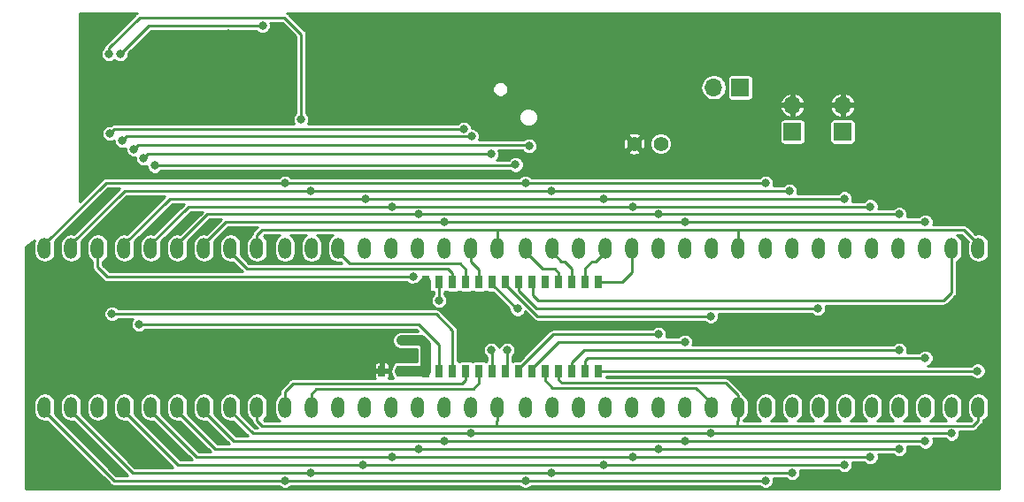
<source format=gbl>
G04 #@! TF.GenerationSoftware,KiCad,Pcbnew,5.0.0-rc2-dev-unknown+dfsg1+20180318-3*
G04 #@! TF.CreationDate,2018-05-10T20:41:14-07:00*
G04 #@! TF.ProjectId,DC26Badge,4443323642616467652E6B696361645F,rev?*
G04 #@! TF.SameCoordinates,Original*
G04 #@! TF.FileFunction,Copper,L2,Bot,Signal*
G04 #@! TF.FilePolarity,Positive*
%FSLAX46Y46*%
G04 Gerber Fmt 4.6, Leading zero omitted, Abs format (unit mm)*
G04 Created by KiCad (PCBNEW 5.0.0-rc2-dev-unknown+dfsg1+20180318-3) date Thu May 10 20:41:14 2018*
%MOMM*%
%LPD*%
G01*
G04 APERTURE LIST*
%ADD10R,1.700000X1.700000*%
%ADD11O,1.700000X1.700000*%
%ADD12C,1.400000*%
%ADD13R,0.670000X1.000000*%
%ADD14O,1.270000X2.000000*%
%ADD15R,0.760000X1.200000*%
%ADD16C,1.000000*%
%ADD17C,0.800000*%
%ADD18C,1.000000*%
%ADD19C,0.250000*%
%ADD20C,0.254000*%
G04 APERTURE END LIST*
D10*
X168800000Y-35340000D03*
D11*
X168800000Y-32800000D03*
X173600000Y-32800000D03*
D10*
X173600000Y-35340000D03*
X163800000Y-31100000D03*
D11*
X161260000Y-31100000D03*
D12*
X153660000Y-36500000D03*
X156200000Y-36500000D03*
D13*
X129500000Y-58250000D03*
X131250000Y-58250000D03*
D14*
X186570000Y-61740000D03*
X186570000Y-46500000D03*
X184030000Y-61740000D03*
X184030000Y-46500000D03*
X181490000Y-61740000D03*
X181490000Y-46500000D03*
X178950000Y-61740000D03*
X178950000Y-46500000D03*
X176410000Y-61740000D03*
X176410000Y-46500000D03*
X173870000Y-61740000D03*
X173870000Y-46500000D03*
X171330000Y-61740000D03*
X171330000Y-46500000D03*
X168790000Y-61740000D03*
X168790000Y-46500000D03*
X166250000Y-61740000D03*
X166250000Y-46500000D03*
X143250000Y-46500000D03*
X143250000Y-61740000D03*
X145790000Y-46500000D03*
X145790000Y-61740000D03*
X148330000Y-46500000D03*
X148330000Y-61740000D03*
X150870000Y-46500000D03*
X150870000Y-61740000D03*
X153410000Y-46500000D03*
X153410000Y-61740000D03*
X155950000Y-46500000D03*
X155950000Y-61740000D03*
X158490000Y-46500000D03*
X158490000Y-61740000D03*
X161030000Y-46500000D03*
X161030000Y-61740000D03*
X163570000Y-46500000D03*
X163570000Y-61740000D03*
X140570000Y-61740000D03*
X140570000Y-46500000D03*
X138030000Y-61740000D03*
X138030000Y-46500000D03*
X135490000Y-61740000D03*
X135490000Y-46500000D03*
X132950000Y-61740000D03*
X132950000Y-46500000D03*
X130410000Y-61740000D03*
X130410000Y-46500000D03*
X127870000Y-61740000D03*
X127870000Y-46500000D03*
X125330000Y-61740000D03*
X125330000Y-46500000D03*
X122790000Y-61740000D03*
X122790000Y-46500000D03*
X120250000Y-61740000D03*
X120250000Y-46500000D03*
X97250000Y-46500000D03*
X97250000Y-61740000D03*
X99790000Y-46500000D03*
X99790000Y-61740000D03*
X102330000Y-46500000D03*
X102330000Y-61740000D03*
X104870000Y-46500000D03*
X104870000Y-61740000D03*
X107410000Y-46500000D03*
X107410000Y-61740000D03*
X109950000Y-46500000D03*
X109950000Y-61740000D03*
X112490000Y-46500000D03*
X112490000Y-61740000D03*
X115030000Y-46500000D03*
X115030000Y-61740000D03*
X117570000Y-46500000D03*
X117570000Y-61740000D03*
D15*
X133745000Y-58250000D03*
X133745000Y-49750000D03*
X135015000Y-58250000D03*
X135015000Y-49750000D03*
X136285000Y-58250000D03*
X136285000Y-49750000D03*
X137555000Y-58250000D03*
X137555000Y-49750000D03*
X138825000Y-58250000D03*
X138825000Y-49750000D03*
X140095000Y-58250000D03*
X140095000Y-49750000D03*
X141365000Y-58250000D03*
X141365000Y-49750000D03*
X142635000Y-58250000D03*
X142635000Y-49750000D03*
X143905000Y-58250000D03*
X143905000Y-49750000D03*
X145175000Y-58250000D03*
X145175000Y-49750000D03*
X146445000Y-58250000D03*
X146445000Y-49750000D03*
X147715000Y-58250000D03*
X147715000Y-49750000D03*
X148985000Y-58250000D03*
X148985000Y-49750000D03*
X150255000Y-58250000D03*
X150255000Y-49750000D03*
D16*
X143225000Y-32000000D03*
X127900000Y-30500000D03*
X114800000Y-26000000D03*
X112400000Y-33000000D03*
X107800000Y-28900000D03*
X107800000Y-27800000D03*
X131425010Y-55325010D03*
D17*
X186500000Y-58250000D03*
X184000000Y-64250000D03*
X138000000Y-64250000D03*
X161000000Y-64250000D03*
X158500000Y-55500000D03*
X135500000Y-65000000D03*
X158500000Y-65000000D03*
X181500000Y-65000000D03*
X181500000Y-57000000D03*
X135500000Y-44000000D03*
X158500000Y-44000000D03*
X181500000Y-44000000D03*
X156000000Y-54750000D03*
X133000000Y-65750000D03*
X156000000Y-65750000D03*
X179000000Y-65750000D03*
X179000000Y-56250000D03*
X133000000Y-43250000D03*
X156000000Y-43250000D03*
X179000000Y-43250000D03*
X140000000Y-56250000D03*
X130500000Y-66500000D03*
X153500000Y-66500000D03*
X176250000Y-66500000D03*
X130500000Y-42500000D03*
X153500000Y-42500000D03*
X176250000Y-42500000D03*
X141500000Y-56250000D03*
X127750000Y-67250000D03*
X150750000Y-67250000D03*
X173750000Y-67250000D03*
X128000000Y-41750000D03*
X150750000Y-41750000D03*
X173750000Y-41750000D03*
X171250000Y-52250000D03*
X122750000Y-68000000D03*
X145750000Y-68000000D03*
X168750000Y-68000000D03*
X122750000Y-41000000D03*
X145750000Y-41000000D03*
X168500000Y-41000000D03*
X120250000Y-68750000D03*
X143250000Y-68750000D03*
X166250000Y-68750000D03*
X120250000Y-40250000D03*
X143250000Y-40250000D03*
X166250000Y-40250000D03*
X132500000Y-49250000D03*
X135000000Y-51500000D03*
X142500000Y-52300000D03*
X161000000Y-53000000D03*
X106300000Y-53800000D03*
X103700000Y-52800000D03*
X121800000Y-34150000D03*
X103400000Y-27900000D03*
X104500000Y-27900000D03*
X118100000Y-25200000D03*
X142300000Y-38500000D03*
X107800000Y-38600000D03*
X137374999Y-35074999D03*
X103500000Y-35500000D03*
X138100000Y-35800000D03*
X104700000Y-36200000D03*
X143600000Y-36700000D03*
X105800000Y-37000000D03*
X140000000Y-37500000D03*
X106700000Y-37900000D03*
D18*
X132749999Y-50350001D02*
X133144999Y-50350001D01*
X133745000Y-49750000D02*
X133144999Y-50350001D01*
X133745000Y-49750000D02*
X133745000Y-51350000D01*
X133745000Y-51350000D02*
X133800000Y-51405000D01*
X133325010Y-55325010D02*
X131425010Y-55325010D01*
X133745000Y-58250000D02*
X133745000Y-55745000D01*
X133745000Y-55745000D02*
X133325010Y-55325010D01*
X133745000Y-58250000D02*
X131250000Y-58250000D01*
D19*
X146445000Y-59100000D02*
X146750000Y-59405000D01*
X146445000Y-58250000D02*
X146445000Y-59100000D01*
X146750000Y-59405000D02*
X162405000Y-59405000D01*
X163570000Y-60570000D02*
X163570000Y-61740000D01*
X162405000Y-59405000D02*
X163570000Y-60570000D01*
X163500000Y-63500000D02*
X186060000Y-63500000D01*
X163570000Y-61740000D02*
X163570000Y-62990000D01*
X163500000Y-63060000D02*
X163500000Y-63500000D01*
X140500000Y-63500000D02*
X163500000Y-63500000D01*
X163570000Y-62990000D02*
X163500000Y-63060000D01*
X118080000Y-63500000D02*
X140500000Y-63500000D01*
X140570000Y-62990000D02*
X140500000Y-63060000D01*
X140570000Y-61740000D02*
X140570000Y-62990000D01*
X140500000Y-63060000D02*
X140500000Y-63500000D01*
X117570000Y-61740000D02*
X117570000Y-62990000D01*
X186570000Y-62990000D02*
X186570000Y-61740000D01*
X117570000Y-62990000D02*
X118080000Y-63500000D01*
X186060000Y-63500000D02*
X186570000Y-62990000D01*
X150255000Y-58250000D02*
X186500000Y-58250000D01*
X140500000Y-44750000D02*
X163500000Y-44750000D01*
X118070000Y-44750000D02*
X140500000Y-44750000D01*
X140570000Y-46500000D02*
X140570000Y-44820000D01*
X140570000Y-44820000D02*
X140500000Y-44750000D01*
X163500000Y-44750000D02*
X185185000Y-44750000D01*
X163570000Y-44820000D02*
X163500000Y-44750000D01*
X163570000Y-46500000D02*
X163570000Y-44820000D01*
X185185000Y-44750000D02*
X186570000Y-46135000D01*
X186570000Y-46135000D02*
X186570000Y-46500000D01*
X117570000Y-46500000D02*
X117570000Y-45250000D01*
X117570000Y-45250000D02*
X118070000Y-44750000D01*
X161030000Y-61375000D02*
X159510010Y-59855010D01*
X161030000Y-61740000D02*
X161030000Y-61375000D01*
X159510010Y-59855010D02*
X145855010Y-59855010D01*
X145855010Y-59855010D02*
X145175000Y-59175000D01*
X145175000Y-59175000D02*
X145175000Y-58250000D01*
X145175000Y-58250000D02*
X145175000Y-58466410D01*
X161000000Y-64250000D02*
X184000000Y-64250000D01*
X138000000Y-64250000D02*
X161000000Y-64250000D01*
X117540000Y-64250000D02*
X138000000Y-64250000D01*
X115030000Y-62105000D02*
X117175000Y-64250000D01*
X115030000Y-61740000D02*
X115030000Y-62105000D01*
X117175000Y-64250000D02*
X117540000Y-64250000D01*
X183250000Y-51500000D02*
X184030000Y-50720000D01*
X184030000Y-50720000D02*
X184030000Y-46500000D01*
X144500000Y-51500000D02*
X183250000Y-51500000D01*
X144000000Y-51000000D02*
X144500000Y-51500000D01*
X144000000Y-50065000D02*
X144000000Y-51000000D01*
X143905000Y-49750000D02*
X143905000Y-49970000D01*
X143905000Y-49970000D02*
X144000000Y-50065000D01*
X143905000Y-58030000D02*
X146435000Y-55500000D01*
X143905000Y-58250000D02*
X143905000Y-58030000D01*
X146435000Y-55500000D02*
X158500000Y-55500000D01*
X135500000Y-65000000D02*
X158500000Y-65000000D01*
X116567341Y-65000000D02*
X135500000Y-65000000D01*
X158500000Y-65000000D02*
X181500000Y-65000000D01*
X112490000Y-62105000D02*
X115385000Y-65000000D01*
X112490000Y-61740000D02*
X112490000Y-62105000D01*
X115385000Y-65000000D02*
X116567341Y-65000000D01*
X149250000Y-57000000D02*
X181500000Y-57000000D01*
X149000000Y-57250000D02*
X149250000Y-57000000D01*
X149000000Y-58015000D02*
X149000000Y-57250000D01*
X148985000Y-58250000D02*
X148985000Y-58030000D01*
X148985000Y-58030000D02*
X149000000Y-58015000D01*
X135500000Y-44000000D02*
X158500000Y-44000000D01*
X114990000Y-44000000D02*
X135500000Y-44000000D01*
X158500000Y-44000000D02*
X181500000Y-44000000D01*
X112490000Y-46135000D02*
X114625000Y-44000000D01*
X114625000Y-44000000D02*
X114990000Y-44000000D01*
X112490000Y-46500000D02*
X112490000Y-46135000D01*
X142635000Y-58030000D02*
X145915000Y-54750000D01*
X142635000Y-58250000D02*
X142635000Y-58030000D01*
X145915000Y-54750000D02*
X156000000Y-54750000D01*
X133000000Y-65750000D02*
X156000000Y-65750000D01*
X114777341Y-65750000D02*
X133000000Y-65750000D01*
X156000000Y-65750000D02*
X179000000Y-65750000D01*
X109950000Y-62105000D02*
X113595000Y-65750000D01*
X109950000Y-61740000D02*
X109950000Y-62105000D01*
X113595000Y-65750000D02*
X114777341Y-65750000D01*
X147715000Y-57400000D02*
X148865000Y-56250000D01*
X148865000Y-56250000D02*
X179000000Y-56250000D01*
X147715000Y-58250000D02*
X147715000Y-57400000D01*
X133000000Y-43250000D02*
X156000000Y-43250000D01*
X112835000Y-43250000D02*
X133000000Y-43250000D01*
X156000000Y-43250000D02*
X179000000Y-43250000D01*
X109950000Y-46135000D02*
X112835000Y-43250000D01*
X109950000Y-46500000D02*
X109950000Y-46135000D01*
X140095000Y-56345000D02*
X140000000Y-56250000D01*
X140095000Y-58250000D02*
X140095000Y-56345000D01*
X130500000Y-66500000D02*
X153500000Y-66500000D01*
X112987341Y-66500000D02*
X130500000Y-66500000D01*
X153500000Y-66500000D02*
X176250000Y-66500000D01*
X107410000Y-62105000D02*
X111805000Y-66500000D01*
X111805000Y-66500000D02*
X112987341Y-66500000D01*
X107410000Y-61740000D02*
X107410000Y-62105000D01*
X152500000Y-49750000D02*
X153410000Y-48840000D01*
X153410000Y-48840000D02*
X153410000Y-46500000D01*
X150255000Y-49750000D02*
X152500000Y-49750000D01*
X130500000Y-42500000D02*
X153500000Y-42500000D01*
X111045000Y-42500000D02*
X130500000Y-42500000D01*
X153500000Y-42500000D02*
X176250000Y-42500000D01*
X107410000Y-46500000D02*
X107410000Y-46135000D01*
X107410000Y-46135000D02*
X111045000Y-42500000D01*
X141500000Y-56250000D02*
X141500000Y-58115000D01*
X141500000Y-58115000D02*
X141365000Y-58250000D01*
X127750000Y-67250000D02*
X150750000Y-67250000D01*
X111197341Y-67250000D02*
X127750000Y-67250000D01*
X150750000Y-67250000D02*
X173750000Y-67250000D01*
X104870000Y-62105000D02*
X110015000Y-67250000D01*
X104870000Y-61740000D02*
X104870000Y-62105000D01*
X110015000Y-67250000D02*
X111197341Y-67250000D01*
X148985000Y-49750000D02*
X148985000Y-48385000D01*
X148985000Y-48385000D02*
X149620000Y-47750000D01*
X149620000Y-47750000D02*
X149985000Y-47750000D01*
X149985000Y-47750000D02*
X150870000Y-46865000D01*
X150870000Y-46865000D02*
X150870000Y-46500000D01*
X128000000Y-41750000D02*
X150750000Y-41750000D01*
X109255000Y-41750000D02*
X128000000Y-41750000D01*
X150750000Y-41750000D02*
X173750000Y-41750000D01*
X104870000Y-46500000D02*
X104870000Y-46135000D01*
X104870000Y-46135000D02*
X109255000Y-41750000D01*
X142635000Y-50600000D02*
X144285000Y-52250000D01*
X142635000Y-49750000D02*
X142635000Y-50600000D01*
X144285000Y-52250000D02*
X171250000Y-52250000D01*
X122790000Y-60460000D02*
X123250000Y-60000000D01*
X123250000Y-60000000D02*
X138250000Y-60000000D01*
X122790000Y-61740000D02*
X122790000Y-60460000D01*
X138250000Y-60000000D02*
X138825000Y-59425000D01*
X138825000Y-59425000D02*
X138825000Y-58250000D01*
X138825000Y-58250000D02*
X138825000Y-58466410D01*
X122750000Y-68000000D02*
X145750000Y-68000000D01*
X106867341Y-68000000D02*
X122750000Y-68000000D01*
X145750000Y-68000000D02*
X168750000Y-68000000D01*
X99790000Y-62105000D02*
X105685000Y-68000000D01*
X99790000Y-61740000D02*
X99790000Y-62105000D01*
X105685000Y-68000000D02*
X106867341Y-68000000D01*
X147715000Y-49750000D02*
X147715000Y-48425000D01*
X147715000Y-48425000D02*
X147040000Y-47750000D01*
X147040000Y-47750000D02*
X146675000Y-47750000D01*
X146675000Y-47750000D02*
X145790000Y-46865000D01*
X145790000Y-46865000D02*
X145790000Y-46500000D01*
X122750000Y-41000000D02*
X145750000Y-41000000D01*
X105290000Y-41000000D02*
X122750000Y-41000000D01*
X145750000Y-41000000D02*
X168500000Y-41000000D01*
X99790000Y-46135000D02*
X104925000Y-41000000D01*
X99790000Y-46500000D02*
X99790000Y-46135000D01*
X104925000Y-41000000D02*
X105290000Y-41000000D01*
X137555000Y-59100000D02*
X137155000Y-59500000D01*
X137155000Y-59500000D02*
X121000000Y-59500000D01*
X137555000Y-58250000D02*
X137555000Y-59100000D01*
X121000000Y-59500000D02*
X120250000Y-60250000D01*
X120250000Y-60250000D02*
X120250000Y-61740000D01*
X120250000Y-68750000D02*
X143250000Y-68750000D01*
X105077341Y-68750000D02*
X120250000Y-68750000D01*
X143250000Y-68750000D02*
X166250000Y-68750000D01*
X97250000Y-62105000D02*
X103895000Y-68750000D01*
X97250000Y-61740000D02*
X97250000Y-62105000D01*
X103895000Y-68750000D02*
X105077341Y-68750000D01*
X146045000Y-48500000D02*
X144885000Y-48500000D01*
X144885000Y-48500000D02*
X143250000Y-46865000D01*
X143250000Y-46865000D02*
X143250000Y-46500000D01*
X146445000Y-49750000D02*
X146445000Y-48900000D01*
X146445000Y-48900000D02*
X146045000Y-48500000D01*
X120250000Y-40250000D02*
X143250000Y-40250000D01*
X103135000Y-40250000D02*
X120250000Y-40250000D01*
X143250000Y-40250000D02*
X166250000Y-40250000D01*
X97250000Y-46500000D02*
X97250000Y-46135000D01*
X97250000Y-46135000D02*
X103135000Y-40250000D01*
X103250000Y-49250000D02*
X102330000Y-48330000D01*
X102330000Y-48330000D02*
X102330000Y-46500000D01*
X132500000Y-49250000D02*
X103250000Y-49250000D01*
X135015000Y-51485000D02*
X135000000Y-51500000D01*
X135015000Y-49750000D02*
X135015000Y-51485000D01*
X136285000Y-49750000D02*
X136285000Y-48900000D01*
X116615010Y-48450010D02*
X115030000Y-46865000D01*
X136285000Y-48900000D02*
X135835010Y-48450010D01*
X135835010Y-48450010D02*
X116615010Y-48450010D01*
X115030000Y-46865000D02*
X115030000Y-46500000D01*
X138030000Y-46500000D02*
X138030000Y-47750000D01*
X138825000Y-48545000D02*
X138825000Y-48900000D01*
X138030000Y-47750000D02*
X138825000Y-48545000D01*
X138825000Y-48900000D02*
X138825000Y-49750000D01*
X137000000Y-48000000D02*
X137555000Y-48555000D01*
X137555000Y-48555000D02*
X137555000Y-49750000D01*
X126465000Y-48000000D02*
X137000000Y-48000000D01*
X125330000Y-46500000D02*
X125330000Y-46865000D01*
X125330000Y-46865000D02*
X126465000Y-48000000D01*
X142425000Y-52300000D02*
X142500000Y-52300000D01*
X140095000Y-49970000D02*
X142425000Y-52300000D01*
X140095000Y-49750000D02*
X140095000Y-49970000D01*
X141365000Y-49970000D02*
X144395000Y-53000000D01*
X141365000Y-49750000D02*
X141365000Y-49970000D01*
X144395000Y-53000000D02*
X144398590Y-53000000D01*
X144398590Y-53000000D02*
X161000000Y-53000000D01*
X133050000Y-53800000D02*
X135015000Y-55765000D01*
X106300000Y-53800000D02*
X133050000Y-53800000D01*
X135015000Y-55765000D02*
X135015000Y-58250000D01*
X136285000Y-56700000D02*
X136285000Y-56398590D01*
X136285000Y-58250000D02*
X136285000Y-56700000D01*
X134700000Y-52800000D02*
X136285000Y-54385000D01*
X136285000Y-54385000D02*
X136285000Y-56700000D01*
X103700000Y-52800000D02*
X134700000Y-52800000D01*
X103400000Y-27334315D02*
X106334315Y-24400000D01*
X103400000Y-27900000D02*
X103400000Y-27334315D01*
X106334315Y-24400000D02*
X120200000Y-24400000D01*
X120200000Y-24400000D02*
X121800000Y-26000000D01*
X121800000Y-26000000D02*
X121800000Y-28500000D01*
X121800000Y-28500000D02*
X121800000Y-34150000D01*
X115221002Y-25200000D02*
X115196001Y-25174999D01*
X118100000Y-25200000D02*
X115221002Y-25200000D01*
X115196001Y-25174999D02*
X107225001Y-25174999D01*
X107225001Y-25174999D02*
X104500000Y-27900000D01*
X142200000Y-38600000D02*
X142300000Y-38500000D01*
X107800000Y-38600000D02*
X142200000Y-38600000D01*
X103500000Y-35500000D02*
X103925001Y-35074999D01*
X103925001Y-35074999D02*
X137374999Y-35074999D01*
X105099999Y-35800001D02*
X138099999Y-35800001D01*
X104700000Y-36200000D02*
X105099999Y-35800001D01*
X138099999Y-35800001D02*
X138100000Y-35800000D01*
X106199999Y-36600001D02*
X143500001Y-36600001D01*
X105800000Y-37000000D02*
X106199999Y-36600001D01*
X143500001Y-36600001D02*
X143600000Y-36700000D01*
X107100000Y-37500000D02*
X140000000Y-37500000D01*
X106700000Y-37900000D02*
X107100000Y-37500000D01*
D20*
G36*
X105969509Y-24035194D02*
X105941278Y-24077445D01*
X103077446Y-26941278D01*
X103035195Y-26969509D01*
X102935310Y-27119000D01*
X102923360Y-27136884D01*
X102889774Y-27305725D01*
X102737900Y-27457599D01*
X102619000Y-27744649D01*
X102619000Y-28055351D01*
X102737900Y-28342401D01*
X102957599Y-28562100D01*
X103244649Y-28681000D01*
X103555351Y-28681000D01*
X103842401Y-28562100D01*
X103950000Y-28454501D01*
X104057599Y-28562100D01*
X104344649Y-28681000D01*
X104655351Y-28681000D01*
X104942401Y-28562100D01*
X105162100Y-28342401D01*
X105281000Y-28055351D01*
X105281000Y-27834591D01*
X107434593Y-25680999D01*
X115045480Y-25680999D01*
X115221002Y-25715913D01*
X115270837Y-25706000D01*
X117501499Y-25706000D01*
X117657599Y-25862100D01*
X117944649Y-25981000D01*
X118255351Y-25981000D01*
X118542401Y-25862100D01*
X118762100Y-25642401D01*
X118881000Y-25355351D01*
X118881000Y-25044649D01*
X118823570Y-24906000D01*
X119990409Y-24906000D01*
X121294000Y-26209592D01*
X121294001Y-28450161D01*
X121294000Y-28450166D01*
X121294001Y-33551498D01*
X121137900Y-33707599D01*
X121019000Y-33994649D01*
X121019000Y-34305351D01*
X121128207Y-34568999D01*
X103974834Y-34568999D01*
X103925000Y-34559086D01*
X103875166Y-34568999D01*
X103727570Y-34598358D01*
X103560195Y-34710193D01*
X103554310Y-34719000D01*
X103344649Y-34719000D01*
X103057599Y-34837900D01*
X102837900Y-35057599D01*
X102719000Y-35344649D01*
X102719000Y-35655351D01*
X102837900Y-35942401D01*
X103057599Y-36162100D01*
X103344649Y-36281000D01*
X103655351Y-36281000D01*
X103919000Y-36171793D01*
X103919000Y-36355351D01*
X104037900Y-36642401D01*
X104257599Y-36862100D01*
X104544649Y-36981000D01*
X104855351Y-36981000D01*
X105019000Y-36913214D01*
X105019000Y-37155351D01*
X105137900Y-37442401D01*
X105357599Y-37662100D01*
X105644649Y-37781000D01*
X105919000Y-37781000D01*
X105919000Y-38055351D01*
X106037900Y-38342401D01*
X106257599Y-38562100D01*
X106544649Y-38681000D01*
X106855351Y-38681000D01*
X107019000Y-38613214D01*
X107019000Y-38755351D01*
X107137900Y-39042401D01*
X107357599Y-39262100D01*
X107644649Y-39381000D01*
X107955351Y-39381000D01*
X108242401Y-39262100D01*
X108398501Y-39106000D01*
X141801499Y-39106000D01*
X141857599Y-39162100D01*
X142144649Y-39281000D01*
X142455351Y-39281000D01*
X142742401Y-39162100D01*
X142962100Y-38942401D01*
X143081000Y-38655351D01*
X143081000Y-38344649D01*
X142962100Y-38057599D01*
X142742401Y-37837900D01*
X142455351Y-37719000D01*
X142144649Y-37719000D01*
X141857599Y-37837900D01*
X141637900Y-38057599D01*
X141622822Y-38094000D01*
X140510501Y-38094000D01*
X140662100Y-37942401D01*
X140781000Y-37655351D01*
X140781000Y-37344649D01*
X140682149Y-37106001D01*
X142922823Y-37106001D01*
X142937900Y-37142401D01*
X143157599Y-37362100D01*
X143444649Y-37481000D01*
X143755351Y-37481000D01*
X144042401Y-37362100D01*
X144108379Y-37296122D01*
X153043483Y-37296122D01*
X153119216Y-37460391D01*
X153527907Y-37594235D01*
X153956707Y-37561491D01*
X154200784Y-37460391D01*
X154276517Y-37296122D01*
X153660000Y-36679605D01*
X153043483Y-37296122D01*
X144108379Y-37296122D01*
X144262100Y-37142401D01*
X144381000Y-36855351D01*
X144381000Y-36544649D01*
X144307792Y-36367907D01*
X152565765Y-36367907D01*
X152598509Y-36796707D01*
X152699609Y-37040784D01*
X152863878Y-37116517D01*
X153480395Y-36500000D01*
X153839605Y-36500000D01*
X154456122Y-37116517D01*
X154620391Y-37040784D01*
X154754235Y-36632093D01*
X154727729Y-36284976D01*
X155119000Y-36284976D01*
X155119000Y-36715024D01*
X155283572Y-37112337D01*
X155587663Y-37416428D01*
X155984976Y-37581000D01*
X156415024Y-37581000D01*
X156812337Y-37416428D01*
X157116428Y-37112337D01*
X157281000Y-36715024D01*
X157281000Y-36284976D01*
X157116428Y-35887663D01*
X156812337Y-35583572D01*
X156415024Y-35419000D01*
X155984976Y-35419000D01*
X155587663Y-35583572D01*
X155283572Y-35887663D01*
X155119000Y-36284976D01*
X154727729Y-36284976D01*
X154721491Y-36203293D01*
X154620391Y-35959216D01*
X154456122Y-35883483D01*
X153839605Y-36500000D01*
X153480395Y-36500000D01*
X152863878Y-35883483D01*
X152699609Y-35959216D01*
X152565765Y-36367907D01*
X144307792Y-36367907D01*
X144262100Y-36257599D01*
X144042401Y-36037900D01*
X143755351Y-35919000D01*
X143444649Y-35919000D01*
X143157599Y-36037900D01*
X143101498Y-36094001D01*
X138823569Y-36094001D01*
X138881000Y-35955351D01*
X138881000Y-35703878D01*
X153043483Y-35703878D01*
X153660000Y-36320395D01*
X154276517Y-35703878D01*
X154200784Y-35539609D01*
X153792093Y-35405765D01*
X153363293Y-35438509D01*
X153119216Y-35539609D01*
X153043483Y-35703878D01*
X138881000Y-35703878D01*
X138881000Y-35644649D01*
X138762100Y-35357599D01*
X138542401Y-35137900D01*
X138255351Y-35019000D01*
X138155999Y-35019000D01*
X138155999Y-34919648D01*
X138037099Y-34632598D01*
X137817400Y-34412899D01*
X137530350Y-34293999D01*
X137219648Y-34293999D01*
X136932598Y-34412899D01*
X136776498Y-34568999D01*
X122471793Y-34568999D01*
X122581000Y-34305351D01*
X122581000Y-33994649D01*
X122485168Y-33763288D01*
X142637503Y-33763288D01*
X142637503Y-34123718D01*
X142775433Y-34456711D01*
X143030295Y-34711573D01*
X143363288Y-34849503D01*
X143723718Y-34849503D01*
X144056711Y-34711573D01*
X144278284Y-34490000D01*
X167561536Y-34490000D01*
X167561536Y-36190000D01*
X167591106Y-36338659D01*
X167675314Y-36464686D01*
X167801341Y-36548894D01*
X167950000Y-36578464D01*
X169650000Y-36578464D01*
X169798659Y-36548894D01*
X169924686Y-36464686D01*
X170008894Y-36338659D01*
X170038464Y-36190000D01*
X170038464Y-34490000D01*
X172361536Y-34490000D01*
X172361536Y-36190000D01*
X172391106Y-36338659D01*
X172475314Y-36464686D01*
X172601341Y-36548894D01*
X172750000Y-36578464D01*
X174450000Y-36578464D01*
X174598659Y-36548894D01*
X174724686Y-36464686D01*
X174808894Y-36338659D01*
X174838464Y-36190000D01*
X174838464Y-34490000D01*
X174808894Y-34341341D01*
X174724686Y-34215314D01*
X174598659Y-34131106D01*
X174450000Y-34101536D01*
X172750000Y-34101536D01*
X172601341Y-34131106D01*
X172475314Y-34215314D01*
X172391106Y-34341341D01*
X172361536Y-34490000D01*
X170038464Y-34490000D01*
X170008894Y-34341341D01*
X169924686Y-34215314D01*
X169798659Y-34131106D01*
X169650000Y-34101536D01*
X167950000Y-34101536D01*
X167801341Y-34131106D01*
X167675314Y-34215314D01*
X167591106Y-34341341D01*
X167561536Y-34490000D01*
X144278284Y-34490000D01*
X144311573Y-34456711D01*
X144449503Y-34123718D01*
X144449503Y-33763288D01*
X144311573Y-33430295D01*
X144056711Y-33175433D01*
X143915593Y-33116980D01*
X167610511Y-33116980D01*
X167734755Y-33416964D01*
X168051944Y-33777652D01*
X168483018Y-33989501D01*
X168673000Y-33929193D01*
X168673000Y-32927000D01*
X168927000Y-32927000D01*
X168927000Y-33929193D01*
X169116982Y-33989501D01*
X169548056Y-33777652D01*
X169865245Y-33416964D01*
X169989489Y-33116980D01*
X172410511Y-33116980D01*
X172534755Y-33416964D01*
X172851944Y-33777652D01*
X173283018Y-33989501D01*
X173473000Y-33929193D01*
X173473000Y-32927000D01*
X173727000Y-32927000D01*
X173727000Y-33929193D01*
X173916982Y-33989501D01*
X174348056Y-33777652D01*
X174665245Y-33416964D01*
X174789489Y-33116980D01*
X174728627Y-32927000D01*
X173727000Y-32927000D01*
X173473000Y-32927000D01*
X172471373Y-32927000D01*
X172410511Y-33116980D01*
X169989489Y-33116980D01*
X169928627Y-32927000D01*
X168927000Y-32927000D01*
X168673000Y-32927000D01*
X167671373Y-32927000D01*
X167610511Y-33116980D01*
X143915593Y-33116980D01*
X143723718Y-33037503D01*
X143363288Y-33037503D01*
X143030295Y-33175433D01*
X142775433Y-33430295D01*
X142637503Y-33763288D01*
X122485168Y-33763288D01*
X122462100Y-33707599D01*
X122306000Y-33551499D01*
X122306000Y-32483020D01*
X167610511Y-32483020D01*
X167671373Y-32673000D01*
X168673000Y-32673000D01*
X168673000Y-31670807D01*
X168927000Y-31670807D01*
X168927000Y-32673000D01*
X169928627Y-32673000D01*
X169989489Y-32483020D01*
X172410511Y-32483020D01*
X172471373Y-32673000D01*
X173473000Y-32673000D01*
X173473000Y-31670807D01*
X173727000Y-31670807D01*
X173727000Y-32673000D01*
X174728627Y-32673000D01*
X174789489Y-32483020D01*
X174665245Y-32183036D01*
X174348056Y-31822348D01*
X173916982Y-31610499D01*
X173727000Y-31670807D01*
X173473000Y-31670807D01*
X173283018Y-31610499D01*
X172851944Y-31822348D01*
X172534755Y-32183036D01*
X172410511Y-32483020D01*
X169989489Y-32483020D01*
X169865245Y-32183036D01*
X169548056Y-31822348D01*
X169116982Y-31610499D01*
X168927000Y-31670807D01*
X168673000Y-31670807D01*
X168483018Y-31610499D01*
X168051944Y-31822348D01*
X167734755Y-32183036D01*
X167610511Y-32483020D01*
X122306000Y-32483020D01*
X122306000Y-31106119D01*
X140100497Y-31106119D01*
X140100497Y-31406875D01*
X140215591Y-31684737D01*
X140428257Y-31897403D01*
X140706119Y-32012497D01*
X141006875Y-32012497D01*
X141284737Y-31897403D01*
X141497403Y-31684737D01*
X141612497Y-31406875D01*
X141612497Y-31106119D01*
X141609963Y-31100000D01*
X160004884Y-31100000D01*
X160100424Y-31580312D01*
X160372499Y-31987501D01*
X160779688Y-32259576D01*
X161138761Y-32331000D01*
X161381239Y-32331000D01*
X161740312Y-32259576D01*
X162147501Y-31987501D01*
X162419576Y-31580312D01*
X162515116Y-31100000D01*
X162419576Y-30619688D01*
X162172559Y-30250000D01*
X162561536Y-30250000D01*
X162561536Y-31950000D01*
X162591106Y-32098659D01*
X162675314Y-32224686D01*
X162801341Y-32308894D01*
X162950000Y-32338464D01*
X164650000Y-32338464D01*
X164798659Y-32308894D01*
X164924686Y-32224686D01*
X165008894Y-32098659D01*
X165038464Y-31950000D01*
X165038464Y-30250000D01*
X165008894Y-30101341D01*
X164924686Y-29975314D01*
X164798659Y-29891106D01*
X164650000Y-29861536D01*
X162950000Y-29861536D01*
X162801341Y-29891106D01*
X162675314Y-29975314D01*
X162591106Y-30101341D01*
X162561536Y-30250000D01*
X162172559Y-30250000D01*
X162147501Y-30212499D01*
X161740312Y-29940424D01*
X161381239Y-29869000D01*
X161138761Y-29869000D01*
X160779688Y-29940424D01*
X160372499Y-30212499D01*
X160100424Y-30619688D01*
X160004884Y-31100000D01*
X141609963Y-31100000D01*
X141497403Y-30828257D01*
X141284737Y-30615591D01*
X141006875Y-30500497D01*
X140706119Y-30500497D01*
X140428257Y-30615591D01*
X140215591Y-30828257D01*
X140100497Y-31106119D01*
X122306000Y-31106119D01*
X122306000Y-26049835D01*
X122315913Y-26000000D01*
X122276641Y-25802568D01*
X122212116Y-25706000D01*
X122164806Y-25635194D01*
X122122556Y-25606964D01*
X120593039Y-24077447D01*
X120564806Y-24035194D01*
X120446282Y-23956000D01*
X188544000Y-23956000D01*
X188544001Y-24955091D01*
X188544000Y-69544000D01*
X95456000Y-69544000D01*
X95456000Y-61274936D01*
X96234000Y-61274936D01*
X96234000Y-62205065D01*
X96292950Y-62501423D01*
X96517506Y-62837495D01*
X96853578Y-63062051D01*
X97250000Y-63140904D01*
X97517170Y-63087761D01*
X103501963Y-69072555D01*
X103530194Y-69114806D01*
X103697569Y-69226641D01*
X103845165Y-69256000D01*
X103894999Y-69265913D01*
X103944833Y-69256000D01*
X119651499Y-69256000D01*
X119807599Y-69412100D01*
X120094649Y-69531000D01*
X120405351Y-69531000D01*
X120692401Y-69412100D01*
X120848501Y-69256000D01*
X142651499Y-69256000D01*
X142807599Y-69412100D01*
X143094649Y-69531000D01*
X143405351Y-69531000D01*
X143692401Y-69412100D01*
X143848501Y-69256000D01*
X165651499Y-69256000D01*
X165807599Y-69412100D01*
X166094649Y-69531000D01*
X166405351Y-69531000D01*
X166692401Y-69412100D01*
X166912100Y-69192401D01*
X167031000Y-68905351D01*
X167031000Y-68594649D01*
X166994280Y-68506000D01*
X168151499Y-68506000D01*
X168307599Y-68662100D01*
X168594649Y-68781000D01*
X168905351Y-68781000D01*
X169192401Y-68662100D01*
X169412100Y-68442401D01*
X169531000Y-68155351D01*
X169531000Y-67844649D01*
X169494280Y-67756000D01*
X173151499Y-67756000D01*
X173307599Y-67912100D01*
X173594649Y-68031000D01*
X173905351Y-68031000D01*
X174192401Y-67912100D01*
X174412100Y-67692401D01*
X174531000Y-67405351D01*
X174531000Y-67094649D01*
X174494280Y-67006000D01*
X175651499Y-67006000D01*
X175807599Y-67162100D01*
X176094649Y-67281000D01*
X176405351Y-67281000D01*
X176692401Y-67162100D01*
X176912100Y-66942401D01*
X177031000Y-66655351D01*
X177031000Y-66344649D01*
X176994280Y-66256000D01*
X178401499Y-66256000D01*
X178557599Y-66412100D01*
X178844649Y-66531000D01*
X179155351Y-66531000D01*
X179442401Y-66412100D01*
X179662100Y-66192401D01*
X179781000Y-65905351D01*
X179781000Y-65594649D01*
X179744280Y-65506000D01*
X180901499Y-65506000D01*
X181057599Y-65662100D01*
X181344649Y-65781000D01*
X181655351Y-65781000D01*
X181942401Y-65662100D01*
X182162100Y-65442401D01*
X182281000Y-65155351D01*
X182281000Y-64844649D01*
X182244280Y-64756000D01*
X183401499Y-64756000D01*
X183557599Y-64912100D01*
X183844649Y-65031000D01*
X184155351Y-65031000D01*
X184442401Y-64912100D01*
X184662100Y-64692401D01*
X184781000Y-64405351D01*
X184781000Y-64094649D01*
X184744280Y-64006000D01*
X186010166Y-64006000D01*
X186060000Y-64015913D01*
X186109834Y-64006000D01*
X186109835Y-64006000D01*
X186257431Y-63976641D01*
X186424806Y-63864806D01*
X186453038Y-63822553D01*
X186892556Y-63383036D01*
X186934806Y-63354806D01*
X187046641Y-63187431D01*
X187076000Y-63039835D01*
X187076000Y-63039834D01*
X187085913Y-62990000D01*
X187084545Y-62983124D01*
X187302495Y-62837495D01*
X187527051Y-62501423D01*
X187586000Y-62205064D01*
X187586000Y-61274935D01*
X187527051Y-60978577D01*
X187302495Y-60642505D01*
X186966422Y-60417949D01*
X186570000Y-60339096D01*
X186173577Y-60417949D01*
X185837505Y-60642505D01*
X185612949Y-60978578D01*
X185554000Y-61274936D01*
X185554000Y-62205065D01*
X185612950Y-62501423D01*
X185837506Y-62837495D01*
X185939058Y-62905350D01*
X185850409Y-62994000D01*
X184528269Y-62994000D01*
X184762495Y-62837495D01*
X184987051Y-62501423D01*
X185046000Y-62205064D01*
X185046000Y-61274935D01*
X184987051Y-60978577D01*
X184762495Y-60642505D01*
X184426422Y-60417949D01*
X184030000Y-60339096D01*
X183633577Y-60417949D01*
X183297505Y-60642505D01*
X183072949Y-60978578D01*
X183014000Y-61274936D01*
X183014000Y-62205065D01*
X183072950Y-62501423D01*
X183297506Y-62837495D01*
X183531732Y-62994000D01*
X181988269Y-62994000D01*
X182222495Y-62837495D01*
X182447051Y-62501423D01*
X182506000Y-62205064D01*
X182506000Y-61274935D01*
X182447051Y-60978577D01*
X182222495Y-60642505D01*
X181886422Y-60417949D01*
X181490000Y-60339096D01*
X181093577Y-60417949D01*
X180757505Y-60642505D01*
X180532949Y-60978578D01*
X180474000Y-61274936D01*
X180474000Y-62205065D01*
X180532950Y-62501423D01*
X180757506Y-62837495D01*
X180991732Y-62994000D01*
X179448269Y-62994000D01*
X179682495Y-62837495D01*
X179907051Y-62501423D01*
X179966000Y-62205064D01*
X179966000Y-61274935D01*
X179907051Y-60978577D01*
X179682495Y-60642505D01*
X179346422Y-60417949D01*
X178950000Y-60339096D01*
X178553577Y-60417949D01*
X178217505Y-60642505D01*
X177992949Y-60978578D01*
X177934000Y-61274936D01*
X177934000Y-62205065D01*
X177992950Y-62501423D01*
X178217506Y-62837495D01*
X178451732Y-62994000D01*
X176908269Y-62994000D01*
X177142495Y-62837495D01*
X177367051Y-62501423D01*
X177426000Y-62205064D01*
X177426000Y-61274935D01*
X177367051Y-60978577D01*
X177142495Y-60642505D01*
X176806422Y-60417949D01*
X176410000Y-60339096D01*
X176013577Y-60417949D01*
X175677505Y-60642505D01*
X175452949Y-60978578D01*
X175394000Y-61274936D01*
X175394000Y-62205065D01*
X175452950Y-62501423D01*
X175677506Y-62837495D01*
X175911732Y-62994000D01*
X174368269Y-62994000D01*
X174602495Y-62837495D01*
X174827051Y-62501423D01*
X174886000Y-62205064D01*
X174886000Y-61274935D01*
X174827051Y-60978577D01*
X174602495Y-60642505D01*
X174266422Y-60417949D01*
X173870000Y-60339096D01*
X173473577Y-60417949D01*
X173137505Y-60642505D01*
X172912949Y-60978578D01*
X172854000Y-61274936D01*
X172854000Y-62205065D01*
X172912950Y-62501423D01*
X173137506Y-62837495D01*
X173371732Y-62994000D01*
X171828269Y-62994000D01*
X172062495Y-62837495D01*
X172287051Y-62501423D01*
X172346000Y-62205064D01*
X172346000Y-61274935D01*
X172287051Y-60978577D01*
X172062495Y-60642505D01*
X171726422Y-60417949D01*
X171330000Y-60339096D01*
X170933577Y-60417949D01*
X170597505Y-60642505D01*
X170372949Y-60978578D01*
X170314000Y-61274936D01*
X170314000Y-62205065D01*
X170372950Y-62501423D01*
X170597506Y-62837495D01*
X170831732Y-62994000D01*
X169288269Y-62994000D01*
X169522495Y-62837495D01*
X169747051Y-62501423D01*
X169806000Y-62205064D01*
X169806000Y-61274935D01*
X169747051Y-60978577D01*
X169522495Y-60642505D01*
X169186422Y-60417949D01*
X168790000Y-60339096D01*
X168393577Y-60417949D01*
X168057505Y-60642505D01*
X167832949Y-60978578D01*
X167774000Y-61274936D01*
X167774000Y-62205065D01*
X167832950Y-62501423D01*
X168057506Y-62837495D01*
X168291732Y-62994000D01*
X166748269Y-62994000D01*
X166982495Y-62837495D01*
X167207051Y-62501423D01*
X167266000Y-62205064D01*
X167266000Y-61274935D01*
X167207051Y-60978577D01*
X166982495Y-60642505D01*
X166646422Y-60417949D01*
X166250000Y-60339096D01*
X165853577Y-60417949D01*
X165517505Y-60642505D01*
X165292949Y-60978578D01*
X165234000Y-61274936D01*
X165234000Y-62205065D01*
X165292950Y-62501423D01*
X165517506Y-62837495D01*
X165751732Y-62994000D01*
X164085117Y-62994000D01*
X164085913Y-62990000D01*
X164084545Y-62983124D01*
X164302495Y-62837495D01*
X164527051Y-62501423D01*
X164586000Y-62205064D01*
X164586000Y-61274935D01*
X164527051Y-60978577D01*
X164302495Y-60642505D01*
X164069348Y-60486722D01*
X164046641Y-60372568D01*
X163973142Y-60262569D01*
X163934806Y-60205194D01*
X163892556Y-60176964D01*
X162798038Y-59082447D01*
X162769806Y-59040194D01*
X162602431Y-58928359D01*
X162454835Y-58899000D01*
X162454834Y-58899000D01*
X162405000Y-58889087D01*
X162355166Y-58899000D01*
X151013717Y-58899000D01*
X151023464Y-58850000D01*
X151023464Y-58756000D01*
X185901499Y-58756000D01*
X186057599Y-58912100D01*
X186344649Y-59031000D01*
X186655351Y-59031000D01*
X186942401Y-58912100D01*
X187162100Y-58692401D01*
X187281000Y-58405351D01*
X187281000Y-58094649D01*
X187162100Y-57807599D01*
X186942401Y-57587900D01*
X186655351Y-57469000D01*
X186344649Y-57469000D01*
X186057599Y-57587900D01*
X185901499Y-57744000D01*
X181744677Y-57744000D01*
X181942401Y-57662100D01*
X182162100Y-57442401D01*
X182281000Y-57155351D01*
X182281000Y-56844649D01*
X182162100Y-56557599D01*
X181942401Y-56337900D01*
X181655351Y-56219000D01*
X181344649Y-56219000D01*
X181057599Y-56337900D01*
X180901499Y-56494000D01*
X179744280Y-56494000D01*
X179781000Y-56405351D01*
X179781000Y-56094649D01*
X179662100Y-55807599D01*
X179442401Y-55587900D01*
X179155351Y-55469000D01*
X178844649Y-55469000D01*
X178557599Y-55587900D01*
X178401499Y-55744000D01*
X159244280Y-55744000D01*
X159281000Y-55655351D01*
X159281000Y-55344649D01*
X159162100Y-55057599D01*
X158942401Y-54837900D01*
X158655351Y-54719000D01*
X158344649Y-54719000D01*
X158057599Y-54837900D01*
X157901499Y-54994000D01*
X156744280Y-54994000D01*
X156781000Y-54905351D01*
X156781000Y-54594649D01*
X156662100Y-54307599D01*
X156442401Y-54087900D01*
X156155351Y-53969000D01*
X155844649Y-53969000D01*
X155557599Y-54087900D01*
X155401499Y-54244000D01*
X145964833Y-54244000D01*
X145914999Y-54234087D01*
X145865165Y-54244000D01*
X145717569Y-54273359D01*
X145550194Y-54385194D01*
X145521963Y-54427445D01*
X142687873Y-57261536D01*
X142255000Y-57261536D01*
X142106341Y-57291106D01*
X142006000Y-57358151D01*
X142006000Y-56848501D01*
X142162100Y-56692401D01*
X142281000Y-56405351D01*
X142281000Y-56094649D01*
X142162100Y-55807599D01*
X141942401Y-55587900D01*
X141655351Y-55469000D01*
X141344649Y-55469000D01*
X141057599Y-55587900D01*
X140837900Y-55807599D01*
X140750000Y-56019808D01*
X140662100Y-55807599D01*
X140442401Y-55587900D01*
X140155351Y-55469000D01*
X139844649Y-55469000D01*
X139557599Y-55587900D01*
X139337900Y-55807599D01*
X139219000Y-56094649D01*
X139219000Y-56405351D01*
X139337900Y-56692401D01*
X139557599Y-56912100D01*
X139589001Y-56925107D01*
X139589001Y-57286599D01*
X139566341Y-57291106D01*
X139460000Y-57362160D01*
X139353659Y-57291106D01*
X139205000Y-57261536D01*
X138445000Y-57261536D01*
X138296341Y-57291106D01*
X138190000Y-57362160D01*
X138083659Y-57291106D01*
X137935000Y-57261536D01*
X137175000Y-57261536D01*
X137026341Y-57291106D01*
X136920000Y-57362160D01*
X136813659Y-57291106D01*
X136791000Y-57286599D01*
X136791000Y-54434833D01*
X136800913Y-54384999D01*
X136785199Y-54306000D01*
X136761641Y-54187569D01*
X136649806Y-54020194D01*
X136607556Y-53991964D01*
X135093039Y-52477447D01*
X135064806Y-52435194D01*
X134897431Y-52323359D01*
X134749835Y-52294000D01*
X134749834Y-52294000D01*
X134700000Y-52284087D01*
X134650166Y-52294000D01*
X104298501Y-52294000D01*
X104142401Y-52137900D01*
X103855351Y-52019000D01*
X103544649Y-52019000D01*
X103257599Y-52137900D01*
X103037900Y-52357599D01*
X102919000Y-52644649D01*
X102919000Y-52955351D01*
X103037900Y-53242401D01*
X103257599Y-53462100D01*
X103544649Y-53581000D01*
X103855351Y-53581000D01*
X104142401Y-53462100D01*
X104298501Y-53306000D01*
X105689499Y-53306000D01*
X105637900Y-53357599D01*
X105519000Y-53644649D01*
X105519000Y-53955351D01*
X105637900Y-54242401D01*
X105857599Y-54462100D01*
X106144649Y-54581000D01*
X106455351Y-54581000D01*
X106742401Y-54462100D01*
X106898501Y-54306000D01*
X132840409Y-54306000D01*
X132978419Y-54444010D01*
X131249768Y-54444010D01*
X131168027Y-54477868D01*
X131081261Y-54495127D01*
X131007705Y-54544275D01*
X130925963Y-54578134D01*
X130863400Y-54640697D01*
X130789845Y-54689845D01*
X130740697Y-54763400D01*
X130678134Y-54825963D01*
X130644275Y-54907705D01*
X130595127Y-54981261D01*
X130577868Y-55068027D01*
X130544010Y-55149768D01*
X130544010Y-55238243D01*
X130526751Y-55325010D01*
X130544010Y-55411777D01*
X130544010Y-55500252D01*
X130577868Y-55581993D01*
X130595127Y-55668759D01*
X130644275Y-55742315D01*
X130678134Y-55824057D01*
X130740697Y-55886620D01*
X130789845Y-55960175D01*
X130863400Y-56009323D01*
X130925963Y-56071886D01*
X131007705Y-56105745D01*
X131081261Y-56154893D01*
X131168027Y-56172152D01*
X131249768Y-56206010D01*
X132864001Y-56206010D01*
X132864000Y-57369000D01*
X131622524Y-57369000D01*
X131585000Y-57361536D01*
X130915000Y-57361536D01*
X130766341Y-57391106D01*
X130640314Y-57475314D01*
X130556106Y-57601341D01*
X130527390Y-57745705D01*
X130420117Y-57906251D01*
X130351741Y-58250000D01*
X130420117Y-58593749D01*
X130527390Y-58754295D01*
X130556106Y-58898659D01*
X130619810Y-58994000D01*
X130129815Y-58994000D01*
X130157996Y-58965819D01*
X130216000Y-58825785D01*
X130216000Y-58472250D01*
X130120750Y-58377000D01*
X129627000Y-58377000D01*
X129627000Y-58397000D01*
X129373000Y-58397000D01*
X129373000Y-58377000D01*
X128879250Y-58377000D01*
X128784000Y-58472250D01*
X128784000Y-58825785D01*
X128842004Y-58965819D01*
X128870185Y-58994000D01*
X121049833Y-58994000D01*
X120999999Y-58984087D01*
X120950165Y-58994000D01*
X120802569Y-59023359D01*
X120635194Y-59135194D01*
X120606963Y-59177445D01*
X119927447Y-59856962D01*
X119885194Y-59885194D01*
X119773359Y-60052570D01*
X119756477Y-60137443D01*
X119734087Y-60250000D01*
X119744000Y-60299834D01*
X119744000Y-60491166D01*
X119517505Y-60642505D01*
X119292949Y-60978578D01*
X119234000Y-61274936D01*
X119234000Y-62205065D01*
X119292950Y-62501423D01*
X119517506Y-62837495D01*
X119751732Y-62994000D01*
X118289592Y-62994000D01*
X118200942Y-62905350D01*
X118302495Y-62837495D01*
X118527051Y-62501423D01*
X118586000Y-62205064D01*
X118586000Y-61274935D01*
X118527051Y-60978577D01*
X118302495Y-60642505D01*
X117966422Y-60417949D01*
X117570000Y-60339096D01*
X117173577Y-60417949D01*
X116837505Y-60642505D01*
X116612949Y-60978578D01*
X116554000Y-61274936D01*
X116554000Y-62205065D01*
X116612950Y-62501423D01*
X116837506Y-62837495D01*
X117055455Y-62983124D01*
X117054087Y-62990000D01*
X117082969Y-63135194D01*
X117093360Y-63187431D01*
X117205195Y-63354806D01*
X117247445Y-63383036D01*
X117608408Y-63744000D01*
X117384592Y-63744000D01*
X116012761Y-62372170D01*
X116046000Y-62205064D01*
X116046000Y-61274935D01*
X115987051Y-60978577D01*
X115762495Y-60642505D01*
X115426422Y-60417949D01*
X115030000Y-60339096D01*
X114633577Y-60417949D01*
X114297505Y-60642505D01*
X114072949Y-60978578D01*
X114014000Y-61274936D01*
X114014000Y-62205065D01*
X114072950Y-62501423D01*
X114297506Y-62837495D01*
X114633578Y-63062051D01*
X115030000Y-63140904D01*
X115297170Y-63087761D01*
X116703408Y-64494000D01*
X115594592Y-64494000D01*
X113472761Y-62372170D01*
X113506000Y-62205064D01*
X113506000Y-61274935D01*
X113447051Y-60978577D01*
X113222495Y-60642505D01*
X112886422Y-60417949D01*
X112490000Y-60339096D01*
X112093577Y-60417949D01*
X111757505Y-60642505D01*
X111532949Y-60978578D01*
X111474000Y-61274936D01*
X111474000Y-62205065D01*
X111532950Y-62501423D01*
X111757506Y-62837495D01*
X112093578Y-63062051D01*
X112490000Y-63140904D01*
X112757170Y-63087761D01*
X114913408Y-65244000D01*
X113804592Y-65244000D01*
X110932761Y-62372170D01*
X110966000Y-62205064D01*
X110966000Y-61274935D01*
X110907051Y-60978577D01*
X110682495Y-60642505D01*
X110346422Y-60417949D01*
X109950000Y-60339096D01*
X109553577Y-60417949D01*
X109217505Y-60642505D01*
X108992949Y-60978578D01*
X108934000Y-61274936D01*
X108934000Y-62205065D01*
X108992950Y-62501423D01*
X109217506Y-62837495D01*
X109553578Y-63062051D01*
X109950000Y-63140904D01*
X110217170Y-63087761D01*
X113123408Y-65994000D01*
X112014592Y-65994000D01*
X108392761Y-62372170D01*
X108426000Y-62205064D01*
X108426000Y-61274935D01*
X108367051Y-60978577D01*
X108142495Y-60642505D01*
X107806422Y-60417949D01*
X107410000Y-60339096D01*
X107013577Y-60417949D01*
X106677505Y-60642505D01*
X106452949Y-60978578D01*
X106394000Y-61274936D01*
X106394000Y-62205065D01*
X106452950Y-62501423D01*
X106677506Y-62837495D01*
X107013578Y-63062051D01*
X107410000Y-63140904D01*
X107677170Y-63087761D01*
X111333408Y-66744000D01*
X110224592Y-66744000D01*
X105852761Y-62372170D01*
X105886000Y-62205064D01*
X105886000Y-61274935D01*
X105827051Y-60978577D01*
X105602495Y-60642505D01*
X105266422Y-60417949D01*
X104870000Y-60339096D01*
X104473577Y-60417949D01*
X104137505Y-60642505D01*
X103912949Y-60978578D01*
X103854000Y-61274936D01*
X103854000Y-62205065D01*
X103912950Y-62501423D01*
X104137506Y-62837495D01*
X104473578Y-63062051D01*
X104870000Y-63140904D01*
X105137170Y-63087761D01*
X109543408Y-67494000D01*
X105894592Y-67494000D01*
X100772761Y-62372170D01*
X100806000Y-62205064D01*
X100806000Y-61274936D01*
X101314000Y-61274936D01*
X101314000Y-62205065D01*
X101372950Y-62501423D01*
X101597506Y-62837495D01*
X101933578Y-63062051D01*
X102330000Y-63140904D01*
X102726423Y-63062051D01*
X103062495Y-62837495D01*
X103287051Y-62501423D01*
X103346000Y-62205064D01*
X103346000Y-61274935D01*
X103287051Y-60978577D01*
X103062495Y-60642505D01*
X102726422Y-60417949D01*
X102330000Y-60339096D01*
X101933577Y-60417949D01*
X101597505Y-60642505D01*
X101372949Y-60978578D01*
X101314000Y-61274936D01*
X100806000Y-61274936D01*
X100806000Y-61274935D01*
X100747051Y-60978577D01*
X100522495Y-60642505D01*
X100186422Y-60417949D01*
X99790000Y-60339096D01*
X99393577Y-60417949D01*
X99057505Y-60642505D01*
X98832949Y-60978578D01*
X98774000Y-61274936D01*
X98774000Y-62205065D01*
X98832950Y-62501423D01*
X99057506Y-62837495D01*
X99393578Y-63062051D01*
X99790000Y-63140904D01*
X100057170Y-63087761D01*
X105213408Y-68244000D01*
X104104592Y-68244000D01*
X98232761Y-62372170D01*
X98266000Y-62205064D01*
X98266000Y-61274935D01*
X98207051Y-60978577D01*
X97982495Y-60642505D01*
X97646422Y-60417949D01*
X97250000Y-60339096D01*
X96853577Y-60417949D01*
X96517505Y-60642505D01*
X96292949Y-60978578D01*
X96234000Y-61274936D01*
X95456000Y-61274936D01*
X95456000Y-57674215D01*
X128784000Y-57674215D01*
X128784000Y-58027750D01*
X128879250Y-58123000D01*
X129373000Y-58123000D01*
X129373000Y-57464250D01*
X129627000Y-57464250D01*
X129627000Y-58123000D01*
X130120750Y-58123000D01*
X130216000Y-58027750D01*
X130216000Y-57674215D01*
X130157996Y-57534181D01*
X130050820Y-57427004D01*
X129910786Y-57369000D01*
X129722250Y-57369000D01*
X129627000Y-57464250D01*
X129373000Y-57464250D01*
X129277750Y-57369000D01*
X129089214Y-57369000D01*
X128949180Y-57427004D01*
X128842004Y-57534181D01*
X128784000Y-57674215D01*
X95456000Y-57674215D01*
X95456000Y-46326193D01*
X96288422Y-45761335D01*
X96234000Y-46034936D01*
X96234000Y-46965065D01*
X96292950Y-47261423D01*
X96517506Y-47597495D01*
X96853578Y-47822051D01*
X97250000Y-47900904D01*
X97646423Y-47822051D01*
X97982495Y-47597495D01*
X98207051Y-47261423D01*
X98266000Y-46965064D01*
X98266000Y-46034935D01*
X98232761Y-45867830D01*
X103344592Y-40756000D01*
X104453408Y-40756000D01*
X100057170Y-45152239D01*
X99790000Y-45099096D01*
X99393577Y-45177949D01*
X99057505Y-45402505D01*
X98832949Y-45738578D01*
X98774000Y-46034936D01*
X98774000Y-46965065D01*
X98832950Y-47261423D01*
X99057506Y-47597495D01*
X99393578Y-47822051D01*
X99790000Y-47900904D01*
X100186423Y-47822051D01*
X100522495Y-47597495D01*
X100747051Y-47261423D01*
X100806000Y-46965064D01*
X100806000Y-46034935D01*
X100772761Y-45867830D01*
X105134592Y-41506000D01*
X108783408Y-41506000D01*
X105137170Y-45152239D01*
X104870000Y-45099096D01*
X104473577Y-45177949D01*
X104137505Y-45402505D01*
X103912949Y-45738578D01*
X103854000Y-46034936D01*
X103854000Y-46965065D01*
X103912950Y-47261423D01*
X104137506Y-47597495D01*
X104473578Y-47822051D01*
X104870000Y-47900904D01*
X105266423Y-47822051D01*
X105602495Y-47597495D01*
X105827051Y-47261423D01*
X105886000Y-46965064D01*
X105886000Y-46034935D01*
X105852761Y-45867830D01*
X109464592Y-42256000D01*
X110573408Y-42256000D01*
X107677170Y-45152239D01*
X107410000Y-45099096D01*
X107013577Y-45177949D01*
X106677505Y-45402505D01*
X106452949Y-45738578D01*
X106394000Y-46034936D01*
X106394000Y-46965065D01*
X106452950Y-47261423D01*
X106677506Y-47597495D01*
X107013578Y-47822051D01*
X107410000Y-47900904D01*
X107806423Y-47822051D01*
X108142495Y-47597495D01*
X108367051Y-47261423D01*
X108426000Y-46965064D01*
X108426000Y-46034935D01*
X108392761Y-45867830D01*
X111254592Y-43006000D01*
X112363408Y-43006000D01*
X110217170Y-45152239D01*
X109950000Y-45099096D01*
X109553577Y-45177949D01*
X109217505Y-45402505D01*
X108992949Y-45738578D01*
X108934000Y-46034936D01*
X108934000Y-46965065D01*
X108992950Y-47261423D01*
X109217506Y-47597495D01*
X109553578Y-47822051D01*
X109950000Y-47900904D01*
X110346423Y-47822051D01*
X110682495Y-47597495D01*
X110907051Y-47261423D01*
X110966000Y-46965064D01*
X110966000Y-46034935D01*
X110932761Y-45867830D01*
X113044592Y-43756000D01*
X114153408Y-43756000D01*
X112757170Y-45152239D01*
X112490000Y-45099096D01*
X112093577Y-45177949D01*
X111757505Y-45402505D01*
X111532949Y-45738578D01*
X111474000Y-46034936D01*
X111474000Y-46965065D01*
X111532950Y-47261423D01*
X111757506Y-47597495D01*
X112093578Y-47822051D01*
X112490000Y-47900904D01*
X112886423Y-47822051D01*
X113222495Y-47597495D01*
X113447051Y-47261423D01*
X113506000Y-46965064D01*
X113506000Y-46034935D01*
X113472761Y-45867830D01*
X114834592Y-44506000D01*
X117598408Y-44506000D01*
X117247445Y-44856964D01*
X117205195Y-44885194D01*
X117116838Y-45017431D01*
X117093360Y-45052569D01*
X117054087Y-45250000D01*
X117055455Y-45256876D01*
X116837505Y-45402505D01*
X116612949Y-45738578D01*
X116554000Y-46034936D01*
X116554000Y-46965065D01*
X116612950Y-47261423D01*
X116837506Y-47597495D01*
X117173578Y-47822051D01*
X117570000Y-47900904D01*
X117966423Y-47822051D01*
X118302495Y-47597495D01*
X118527051Y-47261423D01*
X118586000Y-46965064D01*
X118586000Y-46034935D01*
X118527051Y-45738577D01*
X118302495Y-45402505D01*
X118200942Y-45334650D01*
X118279592Y-45256000D01*
X119736765Y-45256000D01*
X119517505Y-45402505D01*
X119292949Y-45738578D01*
X119234000Y-46034936D01*
X119234000Y-46965065D01*
X119292950Y-47261423D01*
X119517506Y-47597495D01*
X119853578Y-47822051D01*
X120250000Y-47900904D01*
X120646423Y-47822051D01*
X120982495Y-47597495D01*
X121207051Y-47261423D01*
X121266000Y-46965064D01*
X121266000Y-46034935D01*
X121207051Y-45738577D01*
X120982495Y-45402505D01*
X120763234Y-45256000D01*
X122276765Y-45256000D01*
X122057505Y-45402505D01*
X121832949Y-45738578D01*
X121774000Y-46034936D01*
X121774000Y-46965065D01*
X121832950Y-47261423D01*
X122057506Y-47597495D01*
X122393578Y-47822051D01*
X122790000Y-47900904D01*
X123186423Y-47822051D01*
X123522495Y-47597495D01*
X123747051Y-47261423D01*
X123806000Y-46965064D01*
X123806000Y-46034935D01*
X123747051Y-45738577D01*
X123522495Y-45402505D01*
X123303234Y-45256000D01*
X124816765Y-45256000D01*
X124597505Y-45402505D01*
X124372949Y-45738578D01*
X124314000Y-46034936D01*
X124314000Y-46965065D01*
X124372950Y-47261423D01*
X124597506Y-47597495D01*
X124933578Y-47822051D01*
X125330000Y-47900904D01*
X125597169Y-47847761D01*
X125693418Y-47944010D01*
X116824602Y-47944010D01*
X116012761Y-47132170D01*
X116046000Y-46965064D01*
X116046000Y-46034935D01*
X115987051Y-45738577D01*
X115762495Y-45402505D01*
X115426422Y-45177949D01*
X115030000Y-45099096D01*
X114633577Y-45177949D01*
X114297505Y-45402505D01*
X114072949Y-45738578D01*
X114014000Y-46034936D01*
X114014000Y-46965065D01*
X114072950Y-47261423D01*
X114297506Y-47597495D01*
X114633578Y-47822051D01*
X115030000Y-47900904D01*
X115297170Y-47847761D01*
X116193408Y-48744000D01*
X103459592Y-48744000D01*
X102836000Y-48120409D01*
X102836000Y-47748834D01*
X103062495Y-47597495D01*
X103287051Y-47261423D01*
X103346000Y-46965064D01*
X103346000Y-46034935D01*
X103287051Y-45738577D01*
X103062495Y-45402505D01*
X102726422Y-45177949D01*
X102330000Y-45099096D01*
X101933577Y-45177949D01*
X101597505Y-45402505D01*
X101372949Y-45738578D01*
X101314000Y-46034936D01*
X101314000Y-46965065D01*
X101372950Y-47261423D01*
X101597506Y-47597495D01*
X101824000Y-47748834D01*
X101824000Y-48280166D01*
X101814087Y-48330000D01*
X101824000Y-48379834D01*
X101853359Y-48527430D01*
X101965194Y-48694806D01*
X102007447Y-48723038D01*
X102856963Y-49572555D01*
X102885194Y-49614806D01*
X103052569Y-49726641D01*
X103200165Y-49756000D01*
X103249999Y-49765913D01*
X103299833Y-49756000D01*
X131901499Y-49756000D01*
X132057599Y-49912100D01*
X132344649Y-50031000D01*
X132655351Y-50031000D01*
X132942401Y-49912100D01*
X132984000Y-49870501D01*
X132984000Y-49877002D01*
X133079248Y-49877002D01*
X132984000Y-49972250D01*
X132984000Y-50425785D01*
X133042004Y-50565819D01*
X133149180Y-50672996D01*
X133289214Y-50731000D01*
X133522750Y-50731000D01*
X133618000Y-50635750D01*
X133618000Y-49877000D01*
X133598000Y-49877000D01*
X133598000Y-49623000D01*
X133618000Y-49623000D01*
X133618000Y-49603000D01*
X133872000Y-49603000D01*
X133872000Y-49623000D01*
X133892000Y-49623000D01*
X133892000Y-49877000D01*
X133872000Y-49877000D01*
X133872000Y-50635750D01*
X133967250Y-50731000D01*
X134200786Y-50731000D01*
X134340820Y-50672996D01*
X134377588Y-50636228D01*
X134486341Y-50708894D01*
X134509001Y-50713401D01*
X134509001Y-50886498D01*
X134337900Y-51057599D01*
X134219000Y-51344649D01*
X134219000Y-51655351D01*
X134337900Y-51942401D01*
X134557599Y-52162100D01*
X134844649Y-52281000D01*
X135155351Y-52281000D01*
X135442401Y-52162100D01*
X135662100Y-51942401D01*
X135781000Y-51655351D01*
X135781000Y-51344649D01*
X135662100Y-51057599D01*
X135521000Y-50916499D01*
X135521000Y-50713401D01*
X135543659Y-50708894D01*
X135650000Y-50637840D01*
X135756341Y-50708894D01*
X135905000Y-50738464D01*
X136665000Y-50738464D01*
X136813659Y-50708894D01*
X136920000Y-50637840D01*
X137026341Y-50708894D01*
X137175000Y-50738464D01*
X137935000Y-50738464D01*
X138083659Y-50708894D01*
X138190000Y-50637840D01*
X138296341Y-50708894D01*
X138445000Y-50738464D01*
X139205000Y-50738464D01*
X139353659Y-50708894D01*
X139460000Y-50637840D01*
X139566341Y-50708894D01*
X139715000Y-50738464D01*
X140147873Y-50738464D01*
X141719000Y-52309592D01*
X141719000Y-52455351D01*
X141837900Y-52742401D01*
X142057599Y-52962100D01*
X142344649Y-53081000D01*
X142655351Y-53081000D01*
X142942401Y-52962100D01*
X143162100Y-52742401D01*
X143238167Y-52558759D01*
X144001963Y-53322555D01*
X144030194Y-53364806D01*
X144197569Y-53476641D01*
X144345165Y-53506000D01*
X144394999Y-53515913D01*
X144444833Y-53506000D01*
X160401499Y-53506000D01*
X160557599Y-53662100D01*
X160844649Y-53781000D01*
X161155351Y-53781000D01*
X161442401Y-53662100D01*
X161662100Y-53442401D01*
X161781000Y-53155351D01*
X161781000Y-52844649D01*
X161744280Y-52756000D01*
X170651499Y-52756000D01*
X170807599Y-52912100D01*
X171094649Y-53031000D01*
X171405351Y-53031000D01*
X171692401Y-52912100D01*
X171912100Y-52692401D01*
X172031000Y-52405351D01*
X172031000Y-52094649D01*
X171994280Y-52006000D01*
X183200166Y-52006000D01*
X183250000Y-52015913D01*
X183299834Y-52006000D01*
X183299835Y-52006000D01*
X183447431Y-51976641D01*
X183614806Y-51864806D01*
X183643038Y-51822553D01*
X184352556Y-51113036D01*
X184394806Y-51084806D01*
X184506641Y-50917431D01*
X184536000Y-50769835D01*
X184536000Y-50769834D01*
X184545913Y-50720000D01*
X184536000Y-50670165D01*
X184536000Y-47748834D01*
X184762495Y-47597495D01*
X184987051Y-47261423D01*
X185046000Y-46965064D01*
X185046000Y-46034935D01*
X184987051Y-45738577D01*
X184762495Y-45402505D01*
X184543234Y-45256000D01*
X184975409Y-45256000D01*
X185587239Y-45867831D01*
X185554000Y-46034936D01*
X185554000Y-46965065D01*
X185612950Y-47261423D01*
X185837506Y-47597495D01*
X186173578Y-47822051D01*
X186570000Y-47900904D01*
X186966423Y-47822051D01*
X187302495Y-47597495D01*
X187527051Y-47261423D01*
X187586000Y-46965064D01*
X187586000Y-46034935D01*
X187527051Y-45738577D01*
X187302495Y-45402505D01*
X186966422Y-45177949D01*
X186570000Y-45099096D01*
X186302831Y-45152239D01*
X185578039Y-44427447D01*
X185549806Y-44385194D01*
X185382431Y-44273359D01*
X185234835Y-44244000D01*
X185234834Y-44244000D01*
X185185000Y-44234087D01*
X185135166Y-44244000D01*
X182244280Y-44244000D01*
X182281000Y-44155351D01*
X182281000Y-43844649D01*
X182162100Y-43557599D01*
X181942401Y-43337900D01*
X181655351Y-43219000D01*
X181344649Y-43219000D01*
X181057599Y-43337900D01*
X180901499Y-43494000D01*
X179744280Y-43494000D01*
X179781000Y-43405351D01*
X179781000Y-43094649D01*
X179662100Y-42807599D01*
X179442401Y-42587900D01*
X179155351Y-42469000D01*
X178844649Y-42469000D01*
X178557599Y-42587900D01*
X178401499Y-42744000D01*
X176994280Y-42744000D01*
X177031000Y-42655351D01*
X177031000Y-42344649D01*
X176912100Y-42057599D01*
X176692401Y-41837900D01*
X176405351Y-41719000D01*
X176094649Y-41719000D01*
X175807599Y-41837900D01*
X175651499Y-41994000D01*
X174494280Y-41994000D01*
X174531000Y-41905351D01*
X174531000Y-41594649D01*
X174412100Y-41307599D01*
X174192401Y-41087900D01*
X173905351Y-40969000D01*
X173594649Y-40969000D01*
X173307599Y-41087900D01*
X173151499Y-41244000D01*
X169244280Y-41244000D01*
X169281000Y-41155351D01*
X169281000Y-40844649D01*
X169162100Y-40557599D01*
X168942401Y-40337900D01*
X168655351Y-40219000D01*
X168344649Y-40219000D01*
X168057599Y-40337900D01*
X167901499Y-40494000D01*
X166994280Y-40494000D01*
X167031000Y-40405351D01*
X167031000Y-40094649D01*
X166912100Y-39807599D01*
X166692401Y-39587900D01*
X166405351Y-39469000D01*
X166094649Y-39469000D01*
X165807599Y-39587900D01*
X165651499Y-39744000D01*
X143848501Y-39744000D01*
X143692401Y-39587900D01*
X143405351Y-39469000D01*
X143094649Y-39469000D01*
X142807599Y-39587900D01*
X142651499Y-39744000D01*
X120848501Y-39744000D01*
X120692401Y-39587900D01*
X120405351Y-39469000D01*
X120094649Y-39469000D01*
X119807599Y-39587900D01*
X119651499Y-39744000D01*
X103184835Y-39744000D01*
X103135000Y-39734087D01*
X102937568Y-39773359D01*
X102886325Y-39807599D01*
X102770194Y-39885194D01*
X102741963Y-39927445D01*
X100627000Y-42042408D01*
X100627000Y-23956000D01*
X106088033Y-23956000D01*
X105969509Y-24035194D01*
X105969509Y-24035194D01*
G37*
X105969509Y-24035194D02*
X105941278Y-24077445D01*
X103077446Y-26941278D01*
X103035195Y-26969509D01*
X102935310Y-27119000D01*
X102923360Y-27136884D01*
X102889774Y-27305725D01*
X102737900Y-27457599D01*
X102619000Y-27744649D01*
X102619000Y-28055351D01*
X102737900Y-28342401D01*
X102957599Y-28562100D01*
X103244649Y-28681000D01*
X103555351Y-28681000D01*
X103842401Y-28562100D01*
X103950000Y-28454501D01*
X104057599Y-28562100D01*
X104344649Y-28681000D01*
X104655351Y-28681000D01*
X104942401Y-28562100D01*
X105162100Y-28342401D01*
X105281000Y-28055351D01*
X105281000Y-27834591D01*
X107434593Y-25680999D01*
X115045480Y-25680999D01*
X115221002Y-25715913D01*
X115270837Y-25706000D01*
X117501499Y-25706000D01*
X117657599Y-25862100D01*
X117944649Y-25981000D01*
X118255351Y-25981000D01*
X118542401Y-25862100D01*
X118762100Y-25642401D01*
X118881000Y-25355351D01*
X118881000Y-25044649D01*
X118823570Y-24906000D01*
X119990409Y-24906000D01*
X121294000Y-26209592D01*
X121294001Y-28450161D01*
X121294000Y-28450166D01*
X121294001Y-33551498D01*
X121137900Y-33707599D01*
X121019000Y-33994649D01*
X121019000Y-34305351D01*
X121128207Y-34568999D01*
X103974834Y-34568999D01*
X103925000Y-34559086D01*
X103875166Y-34568999D01*
X103727570Y-34598358D01*
X103560195Y-34710193D01*
X103554310Y-34719000D01*
X103344649Y-34719000D01*
X103057599Y-34837900D01*
X102837900Y-35057599D01*
X102719000Y-35344649D01*
X102719000Y-35655351D01*
X102837900Y-35942401D01*
X103057599Y-36162100D01*
X103344649Y-36281000D01*
X103655351Y-36281000D01*
X103919000Y-36171793D01*
X103919000Y-36355351D01*
X104037900Y-36642401D01*
X104257599Y-36862100D01*
X104544649Y-36981000D01*
X104855351Y-36981000D01*
X105019000Y-36913214D01*
X105019000Y-37155351D01*
X105137900Y-37442401D01*
X105357599Y-37662100D01*
X105644649Y-37781000D01*
X105919000Y-37781000D01*
X105919000Y-38055351D01*
X106037900Y-38342401D01*
X106257599Y-38562100D01*
X106544649Y-38681000D01*
X106855351Y-38681000D01*
X107019000Y-38613214D01*
X107019000Y-38755351D01*
X107137900Y-39042401D01*
X107357599Y-39262100D01*
X107644649Y-39381000D01*
X107955351Y-39381000D01*
X108242401Y-39262100D01*
X108398501Y-39106000D01*
X141801499Y-39106000D01*
X141857599Y-39162100D01*
X142144649Y-39281000D01*
X142455351Y-39281000D01*
X142742401Y-39162100D01*
X142962100Y-38942401D01*
X143081000Y-38655351D01*
X143081000Y-38344649D01*
X142962100Y-38057599D01*
X142742401Y-37837900D01*
X142455351Y-37719000D01*
X142144649Y-37719000D01*
X141857599Y-37837900D01*
X141637900Y-38057599D01*
X141622822Y-38094000D01*
X140510501Y-38094000D01*
X140662100Y-37942401D01*
X140781000Y-37655351D01*
X140781000Y-37344649D01*
X140682149Y-37106001D01*
X142922823Y-37106001D01*
X142937900Y-37142401D01*
X143157599Y-37362100D01*
X143444649Y-37481000D01*
X143755351Y-37481000D01*
X144042401Y-37362100D01*
X144108379Y-37296122D01*
X153043483Y-37296122D01*
X153119216Y-37460391D01*
X153527907Y-37594235D01*
X153956707Y-37561491D01*
X154200784Y-37460391D01*
X154276517Y-37296122D01*
X153660000Y-36679605D01*
X153043483Y-37296122D01*
X144108379Y-37296122D01*
X144262100Y-37142401D01*
X144381000Y-36855351D01*
X144381000Y-36544649D01*
X144307792Y-36367907D01*
X152565765Y-36367907D01*
X152598509Y-36796707D01*
X152699609Y-37040784D01*
X152863878Y-37116517D01*
X153480395Y-36500000D01*
X153839605Y-36500000D01*
X154456122Y-37116517D01*
X154620391Y-37040784D01*
X154754235Y-36632093D01*
X154727729Y-36284976D01*
X155119000Y-36284976D01*
X155119000Y-36715024D01*
X155283572Y-37112337D01*
X155587663Y-37416428D01*
X155984976Y-37581000D01*
X156415024Y-37581000D01*
X156812337Y-37416428D01*
X157116428Y-37112337D01*
X157281000Y-36715024D01*
X157281000Y-36284976D01*
X157116428Y-35887663D01*
X156812337Y-35583572D01*
X156415024Y-35419000D01*
X155984976Y-35419000D01*
X155587663Y-35583572D01*
X155283572Y-35887663D01*
X155119000Y-36284976D01*
X154727729Y-36284976D01*
X154721491Y-36203293D01*
X154620391Y-35959216D01*
X154456122Y-35883483D01*
X153839605Y-36500000D01*
X153480395Y-36500000D01*
X152863878Y-35883483D01*
X152699609Y-35959216D01*
X152565765Y-36367907D01*
X144307792Y-36367907D01*
X144262100Y-36257599D01*
X144042401Y-36037900D01*
X143755351Y-35919000D01*
X143444649Y-35919000D01*
X143157599Y-36037900D01*
X143101498Y-36094001D01*
X138823569Y-36094001D01*
X138881000Y-35955351D01*
X138881000Y-35703878D01*
X153043483Y-35703878D01*
X153660000Y-36320395D01*
X154276517Y-35703878D01*
X154200784Y-35539609D01*
X153792093Y-35405765D01*
X153363293Y-35438509D01*
X153119216Y-35539609D01*
X153043483Y-35703878D01*
X138881000Y-35703878D01*
X138881000Y-35644649D01*
X138762100Y-35357599D01*
X138542401Y-35137900D01*
X138255351Y-35019000D01*
X138155999Y-35019000D01*
X138155999Y-34919648D01*
X138037099Y-34632598D01*
X137817400Y-34412899D01*
X137530350Y-34293999D01*
X137219648Y-34293999D01*
X136932598Y-34412899D01*
X136776498Y-34568999D01*
X122471793Y-34568999D01*
X122581000Y-34305351D01*
X122581000Y-33994649D01*
X122485168Y-33763288D01*
X142637503Y-33763288D01*
X142637503Y-34123718D01*
X142775433Y-34456711D01*
X143030295Y-34711573D01*
X143363288Y-34849503D01*
X143723718Y-34849503D01*
X144056711Y-34711573D01*
X144278284Y-34490000D01*
X167561536Y-34490000D01*
X167561536Y-36190000D01*
X167591106Y-36338659D01*
X167675314Y-36464686D01*
X167801341Y-36548894D01*
X167950000Y-36578464D01*
X169650000Y-36578464D01*
X169798659Y-36548894D01*
X169924686Y-36464686D01*
X170008894Y-36338659D01*
X170038464Y-36190000D01*
X170038464Y-34490000D01*
X172361536Y-34490000D01*
X172361536Y-36190000D01*
X172391106Y-36338659D01*
X172475314Y-36464686D01*
X172601341Y-36548894D01*
X172750000Y-36578464D01*
X174450000Y-36578464D01*
X174598659Y-36548894D01*
X174724686Y-36464686D01*
X174808894Y-36338659D01*
X174838464Y-36190000D01*
X174838464Y-34490000D01*
X174808894Y-34341341D01*
X174724686Y-34215314D01*
X174598659Y-34131106D01*
X174450000Y-34101536D01*
X172750000Y-34101536D01*
X172601341Y-34131106D01*
X172475314Y-34215314D01*
X172391106Y-34341341D01*
X172361536Y-34490000D01*
X170038464Y-34490000D01*
X170008894Y-34341341D01*
X169924686Y-34215314D01*
X169798659Y-34131106D01*
X169650000Y-34101536D01*
X167950000Y-34101536D01*
X167801341Y-34131106D01*
X167675314Y-34215314D01*
X167591106Y-34341341D01*
X167561536Y-34490000D01*
X144278284Y-34490000D01*
X144311573Y-34456711D01*
X144449503Y-34123718D01*
X144449503Y-33763288D01*
X144311573Y-33430295D01*
X144056711Y-33175433D01*
X143915593Y-33116980D01*
X167610511Y-33116980D01*
X167734755Y-33416964D01*
X168051944Y-33777652D01*
X168483018Y-33989501D01*
X168673000Y-33929193D01*
X168673000Y-32927000D01*
X168927000Y-32927000D01*
X168927000Y-33929193D01*
X169116982Y-33989501D01*
X169548056Y-33777652D01*
X169865245Y-33416964D01*
X169989489Y-33116980D01*
X172410511Y-33116980D01*
X172534755Y-33416964D01*
X172851944Y-33777652D01*
X173283018Y-33989501D01*
X173473000Y-33929193D01*
X173473000Y-32927000D01*
X173727000Y-32927000D01*
X173727000Y-33929193D01*
X173916982Y-33989501D01*
X174348056Y-33777652D01*
X174665245Y-33416964D01*
X174789489Y-33116980D01*
X174728627Y-32927000D01*
X173727000Y-32927000D01*
X173473000Y-32927000D01*
X172471373Y-32927000D01*
X172410511Y-33116980D01*
X169989489Y-33116980D01*
X169928627Y-32927000D01*
X168927000Y-32927000D01*
X168673000Y-32927000D01*
X167671373Y-32927000D01*
X167610511Y-33116980D01*
X143915593Y-33116980D01*
X143723718Y-33037503D01*
X143363288Y-33037503D01*
X143030295Y-33175433D01*
X142775433Y-33430295D01*
X142637503Y-33763288D01*
X122485168Y-33763288D01*
X122462100Y-33707599D01*
X122306000Y-33551499D01*
X122306000Y-32483020D01*
X167610511Y-32483020D01*
X167671373Y-32673000D01*
X168673000Y-32673000D01*
X168673000Y-31670807D01*
X168927000Y-31670807D01*
X168927000Y-32673000D01*
X169928627Y-32673000D01*
X169989489Y-32483020D01*
X172410511Y-32483020D01*
X172471373Y-32673000D01*
X173473000Y-32673000D01*
X173473000Y-31670807D01*
X173727000Y-31670807D01*
X173727000Y-32673000D01*
X174728627Y-32673000D01*
X174789489Y-32483020D01*
X174665245Y-32183036D01*
X174348056Y-31822348D01*
X173916982Y-31610499D01*
X173727000Y-31670807D01*
X173473000Y-31670807D01*
X173283018Y-31610499D01*
X172851944Y-31822348D01*
X172534755Y-32183036D01*
X172410511Y-32483020D01*
X169989489Y-32483020D01*
X169865245Y-32183036D01*
X169548056Y-31822348D01*
X169116982Y-31610499D01*
X168927000Y-31670807D01*
X168673000Y-31670807D01*
X168483018Y-31610499D01*
X168051944Y-31822348D01*
X167734755Y-32183036D01*
X167610511Y-32483020D01*
X122306000Y-32483020D01*
X122306000Y-31106119D01*
X140100497Y-31106119D01*
X140100497Y-31406875D01*
X140215591Y-31684737D01*
X140428257Y-31897403D01*
X140706119Y-32012497D01*
X141006875Y-32012497D01*
X141284737Y-31897403D01*
X141497403Y-31684737D01*
X141612497Y-31406875D01*
X141612497Y-31106119D01*
X141609963Y-31100000D01*
X160004884Y-31100000D01*
X160100424Y-31580312D01*
X160372499Y-31987501D01*
X160779688Y-32259576D01*
X161138761Y-32331000D01*
X161381239Y-32331000D01*
X161740312Y-32259576D01*
X162147501Y-31987501D01*
X162419576Y-31580312D01*
X162515116Y-31100000D01*
X162419576Y-30619688D01*
X162172559Y-30250000D01*
X162561536Y-30250000D01*
X162561536Y-31950000D01*
X162591106Y-32098659D01*
X162675314Y-32224686D01*
X162801341Y-32308894D01*
X162950000Y-32338464D01*
X164650000Y-32338464D01*
X164798659Y-32308894D01*
X164924686Y-32224686D01*
X165008894Y-32098659D01*
X165038464Y-31950000D01*
X165038464Y-30250000D01*
X165008894Y-30101341D01*
X164924686Y-29975314D01*
X164798659Y-29891106D01*
X164650000Y-29861536D01*
X162950000Y-29861536D01*
X162801341Y-29891106D01*
X162675314Y-29975314D01*
X162591106Y-30101341D01*
X162561536Y-30250000D01*
X162172559Y-30250000D01*
X162147501Y-30212499D01*
X161740312Y-29940424D01*
X161381239Y-29869000D01*
X161138761Y-29869000D01*
X160779688Y-29940424D01*
X160372499Y-30212499D01*
X160100424Y-30619688D01*
X160004884Y-31100000D01*
X141609963Y-31100000D01*
X141497403Y-30828257D01*
X141284737Y-30615591D01*
X141006875Y-30500497D01*
X140706119Y-30500497D01*
X140428257Y-30615591D01*
X140215591Y-30828257D01*
X140100497Y-31106119D01*
X122306000Y-31106119D01*
X122306000Y-26049835D01*
X122315913Y-26000000D01*
X122276641Y-25802568D01*
X122212116Y-25706000D01*
X122164806Y-25635194D01*
X122122556Y-25606964D01*
X120593039Y-24077447D01*
X120564806Y-24035194D01*
X120446282Y-23956000D01*
X188544000Y-23956000D01*
X188544001Y-24955091D01*
X188544000Y-69544000D01*
X95456000Y-69544000D01*
X95456000Y-61274936D01*
X96234000Y-61274936D01*
X96234000Y-62205065D01*
X96292950Y-62501423D01*
X96517506Y-62837495D01*
X96853578Y-63062051D01*
X97250000Y-63140904D01*
X97517170Y-63087761D01*
X103501963Y-69072555D01*
X103530194Y-69114806D01*
X103697569Y-69226641D01*
X103845165Y-69256000D01*
X103894999Y-69265913D01*
X103944833Y-69256000D01*
X119651499Y-69256000D01*
X119807599Y-69412100D01*
X120094649Y-69531000D01*
X120405351Y-69531000D01*
X120692401Y-69412100D01*
X120848501Y-69256000D01*
X142651499Y-69256000D01*
X142807599Y-69412100D01*
X143094649Y-69531000D01*
X143405351Y-69531000D01*
X143692401Y-69412100D01*
X143848501Y-69256000D01*
X165651499Y-69256000D01*
X165807599Y-69412100D01*
X166094649Y-69531000D01*
X166405351Y-69531000D01*
X166692401Y-69412100D01*
X166912100Y-69192401D01*
X167031000Y-68905351D01*
X167031000Y-68594649D01*
X166994280Y-68506000D01*
X168151499Y-68506000D01*
X168307599Y-68662100D01*
X168594649Y-68781000D01*
X168905351Y-68781000D01*
X169192401Y-68662100D01*
X169412100Y-68442401D01*
X169531000Y-68155351D01*
X169531000Y-67844649D01*
X169494280Y-67756000D01*
X173151499Y-67756000D01*
X173307599Y-67912100D01*
X173594649Y-68031000D01*
X173905351Y-68031000D01*
X174192401Y-67912100D01*
X174412100Y-67692401D01*
X174531000Y-67405351D01*
X174531000Y-67094649D01*
X174494280Y-67006000D01*
X175651499Y-67006000D01*
X175807599Y-67162100D01*
X176094649Y-67281000D01*
X176405351Y-67281000D01*
X176692401Y-67162100D01*
X176912100Y-66942401D01*
X177031000Y-66655351D01*
X177031000Y-66344649D01*
X176994280Y-66256000D01*
X178401499Y-66256000D01*
X178557599Y-66412100D01*
X178844649Y-66531000D01*
X179155351Y-66531000D01*
X179442401Y-66412100D01*
X179662100Y-66192401D01*
X179781000Y-65905351D01*
X179781000Y-65594649D01*
X179744280Y-65506000D01*
X180901499Y-65506000D01*
X181057599Y-65662100D01*
X181344649Y-65781000D01*
X181655351Y-65781000D01*
X181942401Y-65662100D01*
X182162100Y-65442401D01*
X182281000Y-65155351D01*
X182281000Y-64844649D01*
X182244280Y-64756000D01*
X183401499Y-64756000D01*
X183557599Y-64912100D01*
X183844649Y-65031000D01*
X184155351Y-65031000D01*
X184442401Y-64912100D01*
X184662100Y-64692401D01*
X184781000Y-64405351D01*
X184781000Y-64094649D01*
X184744280Y-64006000D01*
X186010166Y-64006000D01*
X186060000Y-64015913D01*
X186109834Y-64006000D01*
X186109835Y-64006000D01*
X186257431Y-63976641D01*
X186424806Y-63864806D01*
X186453038Y-63822553D01*
X186892556Y-63383036D01*
X186934806Y-63354806D01*
X187046641Y-63187431D01*
X187076000Y-63039835D01*
X187076000Y-63039834D01*
X187085913Y-62990000D01*
X187084545Y-62983124D01*
X187302495Y-62837495D01*
X187527051Y-62501423D01*
X187586000Y-62205064D01*
X187586000Y-61274935D01*
X187527051Y-60978577D01*
X187302495Y-60642505D01*
X186966422Y-60417949D01*
X186570000Y-60339096D01*
X186173577Y-60417949D01*
X185837505Y-60642505D01*
X185612949Y-60978578D01*
X185554000Y-61274936D01*
X185554000Y-62205065D01*
X185612950Y-62501423D01*
X185837506Y-62837495D01*
X185939058Y-62905350D01*
X185850409Y-62994000D01*
X184528269Y-62994000D01*
X184762495Y-62837495D01*
X184987051Y-62501423D01*
X185046000Y-62205064D01*
X185046000Y-61274935D01*
X184987051Y-60978577D01*
X184762495Y-60642505D01*
X184426422Y-60417949D01*
X184030000Y-60339096D01*
X183633577Y-60417949D01*
X183297505Y-60642505D01*
X183072949Y-60978578D01*
X183014000Y-61274936D01*
X183014000Y-62205065D01*
X183072950Y-62501423D01*
X183297506Y-62837495D01*
X183531732Y-62994000D01*
X181988269Y-62994000D01*
X182222495Y-62837495D01*
X182447051Y-62501423D01*
X182506000Y-62205064D01*
X182506000Y-61274935D01*
X182447051Y-60978577D01*
X182222495Y-60642505D01*
X181886422Y-60417949D01*
X181490000Y-60339096D01*
X181093577Y-60417949D01*
X180757505Y-60642505D01*
X180532949Y-60978578D01*
X180474000Y-61274936D01*
X180474000Y-62205065D01*
X180532950Y-62501423D01*
X180757506Y-62837495D01*
X180991732Y-62994000D01*
X179448269Y-62994000D01*
X179682495Y-62837495D01*
X179907051Y-62501423D01*
X179966000Y-62205064D01*
X179966000Y-61274935D01*
X179907051Y-60978577D01*
X179682495Y-60642505D01*
X179346422Y-60417949D01*
X178950000Y-60339096D01*
X178553577Y-60417949D01*
X178217505Y-60642505D01*
X177992949Y-60978578D01*
X177934000Y-61274936D01*
X177934000Y-62205065D01*
X177992950Y-62501423D01*
X178217506Y-62837495D01*
X178451732Y-62994000D01*
X176908269Y-62994000D01*
X177142495Y-62837495D01*
X177367051Y-62501423D01*
X177426000Y-62205064D01*
X177426000Y-61274935D01*
X177367051Y-60978577D01*
X177142495Y-60642505D01*
X176806422Y-60417949D01*
X176410000Y-60339096D01*
X176013577Y-60417949D01*
X175677505Y-60642505D01*
X175452949Y-60978578D01*
X175394000Y-61274936D01*
X175394000Y-62205065D01*
X175452950Y-62501423D01*
X175677506Y-62837495D01*
X175911732Y-62994000D01*
X174368269Y-62994000D01*
X174602495Y-62837495D01*
X174827051Y-62501423D01*
X174886000Y-62205064D01*
X174886000Y-61274935D01*
X174827051Y-60978577D01*
X174602495Y-60642505D01*
X174266422Y-60417949D01*
X173870000Y-60339096D01*
X173473577Y-60417949D01*
X173137505Y-60642505D01*
X172912949Y-60978578D01*
X172854000Y-61274936D01*
X172854000Y-62205065D01*
X172912950Y-62501423D01*
X173137506Y-62837495D01*
X173371732Y-62994000D01*
X171828269Y-62994000D01*
X172062495Y-62837495D01*
X172287051Y-62501423D01*
X172346000Y-62205064D01*
X172346000Y-61274935D01*
X172287051Y-60978577D01*
X172062495Y-60642505D01*
X171726422Y-60417949D01*
X171330000Y-60339096D01*
X170933577Y-60417949D01*
X170597505Y-60642505D01*
X170372949Y-60978578D01*
X170314000Y-61274936D01*
X170314000Y-62205065D01*
X170372950Y-62501423D01*
X170597506Y-62837495D01*
X170831732Y-62994000D01*
X169288269Y-62994000D01*
X169522495Y-62837495D01*
X169747051Y-62501423D01*
X169806000Y-62205064D01*
X169806000Y-61274935D01*
X169747051Y-60978577D01*
X169522495Y-60642505D01*
X169186422Y-60417949D01*
X168790000Y-60339096D01*
X168393577Y-60417949D01*
X168057505Y-60642505D01*
X167832949Y-60978578D01*
X167774000Y-61274936D01*
X167774000Y-62205065D01*
X167832950Y-62501423D01*
X168057506Y-62837495D01*
X168291732Y-62994000D01*
X166748269Y-62994000D01*
X166982495Y-62837495D01*
X167207051Y-62501423D01*
X167266000Y-62205064D01*
X167266000Y-61274935D01*
X167207051Y-60978577D01*
X166982495Y-60642505D01*
X166646422Y-60417949D01*
X166250000Y-60339096D01*
X165853577Y-60417949D01*
X165517505Y-60642505D01*
X165292949Y-60978578D01*
X165234000Y-61274936D01*
X165234000Y-62205065D01*
X165292950Y-62501423D01*
X165517506Y-62837495D01*
X165751732Y-62994000D01*
X164085117Y-62994000D01*
X164085913Y-62990000D01*
X164084545Y-62983124D01*
X164302495Y-62837495D01*
X164527051Y-62501423D01*
X164586000Y-62205064D01*
X164586000Y-61274935D01*
X164527051Y-60978577D01*
X164302495Y-60642505D01*
X164069348Y-60486722D01*
X164046641Y-60372568D01*
X163973142Y-60262569D01*
X163934806Y-60205194D01*
X163892556Y-60176964D01*
X162798038Y-59082447D01*
X162769806Y-59040194D01*
X162602431Y-58928359D01*
X162454835Y-58899000D01*
X162454834Y-58899000D01*
X162405000Y-58889087D01*
X162355166Y-58899000D01*
X151013717Y-58899000D01*
X151023464Y-58850000D01*
X151023464Y-58756000D01*
X185901499Y-58756000D01*
X186057599Y-58912100D01*
X186344649Y-59031000D01*
X186655351Y-59031000D01*
X186942401Y-58912100D01*
X187162100Y-58692401D01*
X187281000Y-58405351D01*
X187281000Y-58094649D01*
X187162100Y-57807599D01*
X186942401Y-57587900D01*
X186655351Y-57469000D01*
X186344649Y-57469000D01*
X186057599Y-57587900D01*
X185901499Y-57744000D01*
X181744677Y-57744000D01*
X181942401Y-57662100D01*
X182162100Y-57442401D01*
X182281000Y-57155351D01*
X182281000Y-56844649D01*
X182162100Y-56557599D01*
X181942401Y-56337900D01*
X181655351Y-56219000D01*
X181344649Y-56219000D01*
X181057599Y-56337900D01*
X180901499Y-56494000D01*
X179744280Y-56494000D01*
X179781000Y-56405351D01*
X179781000Y-56094649D01*
X179662100Y-55807599D01*
X179442401Y-55587900D01*
X179155351Y-55469000D01*
X178844649Y-55469000D01*
X178557599Y-55587900D01*
X178401499Y-55744000D01*
X159244280Y-55744000D01*
X159281000Y-55655351D01*
X159281000Y-55344649D01*
X159162100Y-55057599D01*
X158942401Y-54837900D01*
X158655351Y-54719000D01*
X158344649Y-54719000D01*
X158057599Y-54837900D01*
X157901499Y-54994000D01*
X156744280Y-54994000D01*
X156781000Y-54905351D01*
X156781000Y-54594649D01*
X156662100Y-54307599D01*
X156442401Y-54087900D01*
X156155351Y-53969000D01*
X155844649Y-53969000D01*
X155557599Y-54087900D01*
X155401499Y-54244000D01*
X145964833Y-54244000D01*
X145914999Y-54234087D01*
X145865165Y-54244000D01*
X145717569Y-54273359D01*
X145550194Y-54385194D01*
X145521963Y-54427445D01*
X142687873Y-57261536D01*
X142255000Y-57261536D01*
X142106341Y-57291106D01*
X142006000Y-57358151D01*
X142006000Y-56848501D01*
X142162100Y-56692401D01*
X142281000Y-56405351D01*
X142281000Y-56094649D01*
X142162100Y-55807599D01*
X141942401Y-55587900D01*
X141655351Y-55469000D01*
X141344649Y-55469000D01*
X141057599Y-55587900D01*
X140837900Y-55807599D01*
X140750000Y-56019808D01*
X140662100Y-55807599D01*
X140442401Y-55587900D01*
X140155351Y-55469000D01*
X139844649Y-55469000D01*
X139557599Y-55587900D01*
X139337900Y-55807599D01*
X139219000Y-56094649D01*
X139219000Y-56405351D01*
X139337900Y-56692401D01*
X139557599Y-56912100D01*
X139589001Y-56925107D01*
X139589001Y-57286599D01*
X139566341Y-57291106D01*
X139460000Y-57362160D01*
X139353659Y-57291106D01*
X139205000Y-57261536D01*
X138445000Y-57261536D01*
X138296341Y-57291106D01*
X138190000Y-57362160D01*
X138083659Y-57291106D01*
X137935000Y-57261536D01*
X137175000Y-57261536D01*
X137026341Y-57291106D01*
X136920000Y-57362160D01*
X136813659Y-57291106D01*
X136791000Y-57286599D01*
X136791000Y-54434833D01*
X136800913Y-54384999D01*
X136785199Y-54306000D01*
X136761641Y-54187569D01*
X136649806Y-54020194D01*
X136607556Y-53991964D01*
X135093039Y-52477447D01*
X135064806Y-52435194D01*
X134897431Y-52323359D01*
X134749835Y-52294000D01*
X134749834Y-52294000D01*
X134700000Y-52284087D01*
X134650166Y-52294000D01*
X104298501Y-52294000D01*
X104142401Y-52137900D01*
X103855351Y-52019000D01*
X103544649Y-52019000D01*
X103257599Y-52137900D01*
X103037900Y-52357599D01*
X102919000Y-52644649D01*
X102919000Y-52955351D01*
X103037900Y-53242401D01*
X103257599Y-53462100D01*
X103544649Y-53581000D01*
X103855351Y-53581000D01*
X104142401Y-53462100D01*
X104298501Y-53306000D01*
X105689499Y-53306000D01*
X105637900Y-53357599D01*
X105519000Y-53644649D01*
X105519000Y-53955351D01*
X105637900Y-54242401D01*
X105857599Y-54462100D01*
X106144649Y-54581000D01*
X106455351Y-54581000D01*
X106742401Y-54462100D01*
X106898501Y-54306000D01*
X132840409Y-54306000D01*
X132978419Y-54444010D01*
X131249768Y-54444010D01*
X131168027Y-54477868D01*
X131081261Y-54495127D01*
X131007705Y-54544275D01*
X130925963Y-54578134D01*
X130863400Y-54640697D01*
X130789845Y-54689845D01*
X130740697Y-54763400D01*
X130678134Y-54825963D01*
X130644275Y-54907705D01*
X130595127Y-54981261D01*
X130577868Y-55068027D01*
X130544010Y-55149768D01*
X130544010Y-55238243D01*
X130526751Y-55325010D01*
X130544010Y-55411777D01*
X130544010Y-55500252D01*
X130577868Y-55581993D01*
X130595127Y-55668759D01*
X130644275Y-55742315D01*
X130678134Y-55824057D01*
X130740697Y-55886620D01*
X130789845Y-55960175D01*
X130863400Y-56009323D01*
X130925963Y-56071886D01*
X131007705Y-56105745D01*
X131081261Y-56154893D01*
X131168027Y-56172152D01*
X131249768Y-56206010D01*
X132864001Y-56206010D01*
X132864000Y-57369000D01*
X131622524Y-57369000D01*
X131585000Y-57361536D01*
X130915000Y-57361536D01*
X130766341Y-57391106D01*
X130640314Y-57475314D01*
X130556106Y-57601341D01*
X130527390Y-57745705D01*
X130420117Y-57906251D01*
X130351741Y-58250000D01*
X130420117Y-58593749D01*
X130527390Y-58754295D01*
X130556106Y-58898659D01*
X130619810Y-58994000D01*
X130129815Y-58994000D01*
X130157996Y-58965819D01*
X130216000Y-58825785D01*
X130216000Y-58472250D01*
X130120750Y-58377000D01*
X129627000Y-58377000D01*
X129627000Y-58397000D01*
X129373000Y-58397000D01*
X129373000Y-58377000D01*
X128879250Y-58377000D01*
X128784000Y-58472250D01*
X128784000Y-58825785D01*
X128842004Y-58965819D01*
X128870185Y-58994000D01*
X121049833Y-58994000D01*
X120999999Y-58984087D01*
X120950165Y-58994000D01*
X120802569Y-59023359D01*
X120635194Y-59135194D01*
X120606963Y-59177445D01*
X119927447Y-59856962D01*
X119885194Y-59885194D01*
X119773359Y-60052570D01*
X119756477Y-60137443D01*
X119734087Y-60250000D01*
X119744000Y-60299834D01*
X119744000Y-60491166D01*
X119517505Y-60642505D01*
X119292949Y-60978578D01*
X119234000Y-61274936D01*
X119234000Y-62205065D01*
X119292950Y-62501423D01*
X119517506Y-62837495D01*
X119751732Y-62994000D01*
X118289592Y-62994000D01*
X118200942Y-62905350D01*
X118302495Y-62837495D01*
X118527051Y-62501423D01*
X118586000Y-62205064D01*
X118586000Y-61274935D01*
X118527051Y-60978577D01*
X118302495Y-60642505D01*
X117966422Y-60417949D01*
X117570000Y-60339096D01*
X117173577Y-60417949D01*
X116837505Y-60642505D01*
X116612949Y-60978578D01*
X116554000Y-61274936D01*
X116554000Y-62205065D01*
X116612950Y-62501423D01*
X116837506Y-62837495D01*
X117055455Y-62983124D01*
X117054087Y-62990000D01*
X117082969Y-63135194D01*
X117093360Y-63187431D01*
X117205195Y-63354806D01*
X117247445Y-63383036D01*
X117608408Y-63744000D01*
X117384592Y-63744000D01*
X116012761Y-62372170D01*
X116046000Y-62205064D01*
X116046000Y-61274935D01*
X115987051Y-60978577D01*
X115762495Y-60642505D01*
X115426422Y-60417949D01*
X115030000Y-60339096D01*
X114633577Y-60417949D01*
X114297505Y-60642505D01*
X114072949Y-60978578D01*
X114014000Y-61274936D01*
X114014000Y-62205065D01*
X114072950Y-62501423D01*
X114297506Y-62837495D01*
X114633578Y-63062051D01*
X115030000Y-63140904D01*
X115297170Y-63087761D01*
X116703408Y-64494000D01*
X115594592Y-64494000D01*
X113472761Y-62372170D01*
X113506000Y-62205064D01*
X113506000Y-61274935D01*
X113447051Y-60978577D01*
X113222495Y-60642505D01*
X112886422Y-60417949D01*
X112490000Y-60339096D01*
X112093577Y-60417949D01*
X111757505Y-60642505D01*
X111532949Y-60978578D01*
X111474000Y-61274936D01*
X111474000Y-62205065D01*
X111532950Y-62501423D01*
X111757506Y-62837495D01*
X112093578Y-63062051D01*
X112490000Y-63140904D01*
X112757170Y-63087761D01*
X114913408Y-65244000D01*
X113804592Y-65244000D01*
X110932761Y-62372170D01*
X110966000Y-62205064D01*
X110966000Y-61274935D01*
X110907051Y-60978577D01*
X110682495Y-60642505D01*
X110346422Y-60417949D01*
X109950000Y-60339096D01*
X109553577Y-60417949D01*
X109217505Y-60642505D01*
X108992949Y-60978578D01*
X108934000Y-61274936D01*
X108934000Y-62205065D01*
X108992950Y-62501423D01*
X109217506Y-62837495D01*
X109553578Y-63062051D01*
X109950000Y-63140904D01*
X110217170Y-63087761D01*
X113123408Y-65994000D01*
X112014592Y-65994000D01*
X108392761Y-62372170D01*
X108426000Y-62205064D01*
X108426000Y-61274935D01*
X108367051Y-60978577D01*
X108142495Y-60642505D01*
X107806422Y-60417949D01*
X107410000Y-60339096D01*
X107013577Y-60417949D01*
X106677505Y-60642505D01*
X106452949Y-60978578D01*
X106394000Y-61274936D01*
X106394000Y-62205065D01*
X106452950Y-62501423D01*
X106677506Y-62837495D01*
X107013578Y-63062051D01*
X107410000Y-63140904D01*
X107677170Y-63087761D01*
X111333408Y-66744000D01*
X110224592Y-66744000D01*
X105852761Y-62372170D01*
X105886000Y-62205064D01*
X105886000Y-61274935D01*
X105827051Y-60978577D01*
X105602495Y-60642505D01*
X105266422Y-60417949D01*
X104870000Y-60339096D01*
X104473577Y-60417949D01*
X104137505Y-60642505D01*
X103912949Y-60978578D01*
X103854000Y-61274936D01*
X103854000Y-62205065D01*
X103912950Y-62501423D01*
X104137506Y-62837495D01*
X104473578Y-63062051D01*
X104870000Y-63140904D01*
X105137170Y-63087761D01*
X109543408Y-67494000D01*
X105894592Y-67494000D01*
X100772761Y-62372170D01*
X100806000Y-62205064D01*
X100806000Y-61274936D01*
X101314000Y-61274936D01*
X101314000Y-62205065D01*
X101372950Y-62501423D01*
X101597506Y-62837495D01*
X101933578Y-63062051D01*
X102330000Y-63140904D01*
X102726423Y-63062051D01*
X103062495Y-62837495D01*
X103287051Y-62501423D01*
X103346000Y-62205064D01*
X103346000Y-61274935D01*
X103287051Y-60978577D01*
X103062495Y-60642505D01*
X102726422Y-60417949D01*
X102330000Y-60339096D01*
X101933577Y-60417949D01*
X101597505Y-60642505D01*
X101372949Y-60978578D01*
X101314000Y-61274936D01*
X100806000Y-61274936D01*
X100806000Y-61274935D01*
X100747051Y-60978577D01*
X100522495Y-60642505D01*
X100186422Y-60417949D01*
X99790000Y-60339096D01*
X99393577Y-60417949D01*
X99057505Y-60642505D01*
X98832949Y-60978578D01*
X98774000Y-61274936D01*
X98774000Y-62205065D01*
X98832950Y-62501423D01*
X99057506Y-62837495D01*
X99393578Y-63062051D01*
X99790000Y-63140904D01*
X100057170Y-63087761D01*
X105213408Y-68244000D01*
X104104592Y-68244000D01*
X98232761Y-62372170D01*
X98266000Y-62205064D01*
X98266000Y-61274935D01*
X98207051Y-60978577D01*
X97982495Y-60642505D01*
X97646422Y-60417949D01*
X97250000Y-60339096D01*
X96853577Y-60417949D01*
X96517505Y-60642505D01*
X96292949Y-60978578D01*
X96234000Y-61274936D01*
X95456000Y-61274936D01*
X95456000Y-57674215D01*
X128784000Y-57674215D01*
X128784000Y-58027750D01*
X128879250Y-58123000D01*
X129373000Y-58123000D01*
X129373000Y-57464250D01*
X129627000Y-57464250D01*
X129627000Y-58123000D01*
X130120750Y-58123000D01*
X130216000Y-58027750D01*
X130216000Y-57674215D01*
X130157996Y-57534181D01*
X130050820Y-57427004D01*
X129910786Y-57369000D01*
X129722250Y-57369000D01*
X129627000Y-57464250D01*
X129373000Y-57464250D01*
X129277750Y-57369000D01*
X129089214Y-57369000D01*
X128949180Y-57427004D01*
X128842004Y-57534181D01*
X128784000Y-57674215D01*
X95456000Y-57674215D01*
X95456000Y-46326193D01*
X96288422Y-45761335D01*
X96234000Y-46034936D01*
X96234000Y-46965065D01*
X96292950Y-47261423D01*
X96517506Y-47597495D01*
X96853578Y-47822051D01*
X97250000Y-47900904D01*
X97646423Y-47822051D01*
X97982495Y-47597495D01*
X98207051Y-47261423D01*
X98266000Y-46965064D01*
X98266000Y-46034935D01*
X98232761Y-45867830D01*
X103344592Y-40756000D01*
X104453408Y-40756000D01*
X100057170Y-45152239D01*
X99790000Y-45099096D01*
X99393577Y-45177949D01*
X99057505Y-45402505D01*
X98832949Y-45738578D01*
X98774000Y-46034936D01*
X98774000Y-46965065D01*
X98832950Y-47261423D01*
X99057506Y-47597495D01*
X99393578Y-47822051D01*
X99790000Y-47900904D01*
X100186423Y-47822051D01*
X100522495Y-47597495D01*
X100747051Y-47261423D01*
X100806000Y-46965064D01*
X100806000Y-46034935D01*
X100772761Y-45867830D01*
X105134592Y-41506000D01*
X108783408Y-41506000D01*
X105137170Y-45152239D01*
X104870000Y-45099096D01*
X104473577Y-45177949D01*
X104137505Y-45402505D01*
X103912949Y-45738578D01*
X103854000Y-46034936D01*
X103854000Y-46965065D01*
X103912950Y-47261423D01*
X104137506Y-47597495D01*
X104473578Y-47822051D01*
X104870000Y-47900904D01*
X105266423Y-47822051D01*
X105602495Y-47597495D01*
X105827051Y-47261423D01*
X105886000Y-46965064D01*
X105886000Y-46034935D01*
X105852761Y-45867830D01*
X109464592Y-42256000D01*
X110573408Y-42256000D01*
X107677170Y-45152239D01*
X107410000Y-45099096D01*
X107013577Y-45177949D01*
X106677505Y-45402505D01*
X106452949Y-45738578D01*
X106394000Y-46034936D01*
X106394000Y-46965065D01*
X106452950Y-47261423D01*
X106677506Y-47597495D01*
X107013578Y-47822051D01*
X107410000Y-47900904D01*
X107806423Y-47822051D01*
X108142495Y-47597495D01*
X108367051Y-47261423D01*
X108426000Y-46965064D01*
X108426000Y-46034935D01*
X108392761Y-45867830D01*
X111254592Y-43006000D01*
X112363408Y-43006000D01*
X110217170Y-45152239D01*
X109950000Y-45099096D01*
X109553577Y-45177949D01*
X109217505Y-45402505D01*
X108992949Y-45738578D01*
X108934000Y-46034936D01*
X108934000Y-46965065D01*
X108992950Y-47261423D01*
X109217506Y-47597495D01*
X109553578Y-47822051D01*
X109950000Y-47900904D01*
X110346423Y-47822051D01*
X110682495Y-47597495D01*
X110907051Y-47261423D01*
X110966000Y-46965064D01*
X110966000Y-46034935D01*
X110932761Y-45867830D01*
X113044592Y-43756000D01*
X114153408Y-43756000D01*
X112757170Y-45152239D01*
X112490000Y-45099096D01*
X112093577Y-45177949D01*
X111757505Y-45402505D01*
X111532949Y-45738578D01*
X111474000Y-46034936D01*
X111474000Y-46965065D01*
X111532950Y-47261423D01*
X111757506Y-47597495D01*
X112093578Y-47822051D01*
X112490000Y-47900904D01*
X112886423Y-47822051D01*
X113222495Y-47597495D01*
X113447051Y-47261423D01*
X113506000Y-46965064D01*
X113506000Y-46034935D01*
X113472761Y-45867830D01*
X114834592Y-44506000D01*
X117598408Y-44506000D01*
X117247445Y-44856964D01*
X117205195Y-44885194D01*
X117116838Y-45017431D01*
X117093360Y-45052569D01*
X117054087Y-45250000D01*
X117055455Y-45256876D01*
X116837505Y-45402505D01*
X116612949Y-45738578D01*
X116554000Y-46034936D01*
X116554000Y-46965065D01*
X116612950Y-47261423D01*
X116837506Y-47597495D01*
X117173578Y-47822051D01*
X117570000Y-47900904D01*
X117966423Y-47822051D01*
X118302495Y-47597495D01*
X118527051Y-47261423D01*
X118586000Y-46965064D01*
X118586000Y-46034935D01*
X118527051Y-45738577D01*
X118302495Y-45402505D01*
X118200942Y-45334650D01*
X118279592Y-45256000D01*
X119736765Y-45256000D01*
X119517505Y-45402505D01*
X119292949Y-45738578D01*
X119234000Y-46034936D01*
X119234000Y-46965065D01*
X119292950Y-47261423D01*
X119517506Y-47597495D01*
X119853578Y-47822051D01*
X120250000Y-47900904D01*
X120646423Y-47822051D01*
X120982495Y-47597495D01*
X121207051Y-47261423D01*
X121266000Y-46965064D01*
X121266000Y-46034935D01*
X121207051Y-45738577D01*
X120982495Y-45402505D01*
X120763234Y-45256000D01*
X122276765Y-45256000D01*
X122057505Y-45402505D01*
X121832949Y-45738578D01*
X121774000Y-46034936D01*
X121774000Y-46965065D01*
X121832950Y-47261423D01*
X122057506Y-47597495D01*
X122393578Y-47822051D01*
X122790000Y-47900904D01*
X123186423Y-47822051D01*
X123522495Y-47597495D01*
X123747051Y-47261423D01*
X123806000Y-46965064D01*
X123806000Y-46034935D01*
X123747051Y-45738577D01*
X123522495Y-45402505D01*
X123303234Y-45256000D01*
X124816765Y-45256000D01*
X124597505Y-45402505D01*
X124372949Y-45738578D01*
X124314000Y-46034936D01*
X124314000Y-46965065D01*
X124372950Y-47261423D01*
X124597506Y-47597495D01*
X124933578Y-47822051D01*
X125330000Y-47900904D01*
X125597169Y-47847761D01*
X125693418Y-47944010D01*
X116824602Y-47944010D01*
X116012761Y-47132170D01*
X116046000Y-46965064D01*
X116046000Y-46034935D01*
X115987051Y-45738577D01*
X115762495Y-45402505D01*
X115426422Y-45177949D01*
X115030000Y-45099096D01*
X114633577Y-45177949D01*
X114297505Y-45402505D01*
X114072949Y-45738578D01*
X114014000Y-46034936D01*
X114014000Y-46965065D01*
X114072950Y-47261423D01*
X114297506Y-47597495D01*
X114633578Y-47822051D01*
X115030000Y-47900904D01*
X115297170Y-47847761D01*
X116193408Y-48744000D01*
X103459592Y-48744000D01*
X102836000Y-48120409D01*
X102836000Y-47748834D01*
X103062495Y-47597495D01*
X103287051Y-47261423D01*
X103346000Y-46965064D01*
X103346000Y-46034935D01*
X103287051Y-45738577D01*
X103062495Y-45402505D01*
X102726422Y-45177949D01*
X102330000Y-45099096D01*
X101933577Y-45177949D01*
X101597505Y-45402505D01*
X101372949Y-45738578D01*
X101314000Y-46034936D01*
X101314000Y-46965065D01*
X101372950Y-47261423D01*
X101597506Y-47597495D01*
X101824000Y-47748834D01*
X101824000Y-48280166D01*
X101814087Y-48330000D01*
X101824000Y-48379834D01*
X101853359Y-48527430D01*
X101965194Y-48694806D01*
X102007447Y-48723038D01*
X102856963Y-49572555D01*
X102885194Y-49614806D01*
X103052569Y-49726641D01*
X103200165Y-49756000D01*
X103249999Y-49765913D01*
X103299833Y-49756000D01*
X131901499Y-49756000D01*
X132057599Y-49912100D01*
X132344649Y-50031000D01*
X132655351Y-50031000D01*
X132942401Y-49912100D01*
X132984000Y-49870501D01*
X132984000Y-49877002D01*
X133079248Y-49877002D01*
X132984000Y-49972250D01*
X132984000Y-50425785D01*
X133042004Y-50565819D01*
X133149180Y-50672996D01*
X133289214Y-50731000D01*
X133522750Y-50731000D01*
X133618000Y-50635750D01*
X133618000Y-49877000D01*
X133598000Y-49877000D01*
X133598000Y-49623000D01*
X133618000Y-49623000D01*
X133618000Y-49603000D01*
X133872000Y-49603000D01*
X133872000Y-49623000D01*
X133892000Y-49623000D01*
X133892000Y-49877000D01*
X133872000Y-49877000D01*
X133872000Y-50635750D01*
X133967250Y-50731000D01*
X134200786Y-50731000D01*
X134340820Y-50672996D01*
X134377588Y-50636228D01*
X134486341Y-50708894D01*
X134509001Y-50713401D01*
X134509001Y-50886498D01*
X134337900Y-51057599D01*
X134219000Y-51344649D01*
X134219000Y-51655351D01*
X134337900Y-51942401D01*
X134557599Y-52162100D01*
X134844649Y-52281000D01*
X135155351Y-52281000D01*
X135442401Y-52162100D01*
X135662100Y-51942401D01*
X135781000Y-51655351D01*
X135781000Y-51344649D01*
X135662100Y-51057599D01*
X135521000Y-50916499D01*
X135521000Y-50713401D01*
X135543659Y-50708894D01*
X135650000Y-50637840D01*
X135756341Y-50708894D01*
X135905000Y-50738464D01*
X136665000Y-50738464D01*
X136813659Y-50708894D01*
X136920000Y-50637840D01*
X137026341Y-50708894D01*
X137175000Y-50738464D01*
X137935000Y-50738464D01*
X138083659Y-50708894D01*
X138190000Y-50637840D01*
X138296341Y-50708894D01*
X138445000Y-50738464D01*
X139205000Y-50738464D01*
X139353659Y-50708894D01*
X139460000Y-50637840D01*
X139566341Y-50708894D01*
X139715000Y-50738464D01*
X140147873Y-50738464D01*
X141719000Y-52309592D01*
X141719000Y-52455351D01*
X141837900Y-52742401D01*
X142057599Y-52962100D01*
X142344649Y-53081000D01*
X142655351Y-53081000D01*
X142942401Y-52962100D01*
X143162100Y-52742401D01*
X143238167Y-52558759D01*
X144001963Y-53322555D01*
X144030194Y-53364806D01*
X144197569Y-53476641D01*
X144345165Y-53506000D01*
X144394999Y-53515913D01*
X144444833Y-53506000D01*
X160401499Y-53506000D01*
X160557599Y-53662100D01*
X160844649Y-53781000D01*
X161155351Y-53781000D01*
X161442401Y-53662100D01*
X161662100Y-53442401D01*
X161781000Y-53155351D01*
X161781000Y-52844649D01*
X161744280Y-52756000D01*
X170651499Y-52756000D01*
X170807599Y-52912100D01*
X171094649Y-53031000D01*
X171405351Y-53031000D01*
X171692401Y-52912100D01*
X171912100Y-52692401D01*
X172031000Y-52405351D01*
X172031000Y-52094649D01*
X171994280Y-52006000D01*
X183200166Y-52006000D01*
X183250000Y-52015913D01*
X183299834Y-52006000D01*
X183299835Y-52006000D01*
X183447431Y-51976641D01*
X183614806Y-51864806D01*
X183643038Y-51822553D01*
X184352556Y-51113036D01*
X184394806Y-51084806D01*
X184506641Y-50917431D01*
X184536000Y-50769835D01*
X184536000Y-50769834D01*
X184545913Y-50720000D01*
X184536000Y-50670165D01*
X184536000Y-47748834D01*
X184762495Y-47597495D01*
X184987051Y-47261423D01*
X185046000Y-46965064D01*
X185046000Y-46034935D01*
X184987051Y-45738577D01*
X184762495Y-45402505D01*
X184543234Y-45256000D01*
X184975409Y-45256000D01*
X185587239Y-45867831D01*
X185554000Y-46034936D01*
X185554000Y-46965065D01*
X185612950Y-47261423D01*
X185837506Y-47597495D01*
X186173578Y-47822051D01*
X186570000Y-47900904D01*
X186966423Y-47822051D01*
X187302495Y-47597495D01*
X187527051Y-47261423D01*
X187586000Y-46965064D01*
X187586000Y-46034935D01*
X187527051Y-45738577D01*
X187302495Y-45402505D01*
X186966422Y-45177949D01*
X186570000Y-45099096D01*
X186302831Y-45152239D01*
X185578039Y-44427447D01*
X185549806Y-44385194D01*
X185382431Y-44273359D01*
X185234835Y-44244000D01*
X185234834Y-44244000D01*
X185185000Y-44234087D01*
X185135166Y-44244000D01*
X182244280Y-44244000D01*
X182281000Y-44155351D01*
X182281000Y-43844649D01*
X182162100Y-43557599D01*
X181942401Y-43337900D01*
X181655351Y-43219000D01*
X181344649Y-43219000D01*
X181057599Y-43337900D01*
X180901499Y-43494000D01*
X179744280Y-43494000D01*
X179781000Y-43405351D01*
X179781000Y-43094649D01*
X179662100Y-42807599D01*
X179442401Y-42587900D01*
X179155351Y-42469000D01*
X178844649Y-42469000D01*
X178557599Y-42587900D01*
X178401499Y-42744000D01*
X176994280Y-42744000D01*
X177031000Y-42655351D01*
X177031000Y-42344649D01*
X176912100Y-42057599D01*
X176692401Y-41837900D01*
X176405351Y-41719000D01*
X176094649Y-41719000D01*
X175807599Y-41837900D01*
X175651499Y-41994000D01*
X174494280Y-41994000D01*
X174531000Y-41905351D01*
X174531000Y-41594649D01*
X174412100Y-41307599D01*
X174192401Y-41087900D01*
X173905351Y-40969000D01*
X173594649Y-40969000D01*
X173307599Y-41087900D01*
X173151499Y-41244000D01*
X169244280Y-41244000D01*
X169281000Y-41155351D01*
X169281000Y-40844649D01*
X169162100Y-40557599D01*
X168942401Y-40337900D01*
X168655351Y-40219000D01*
X168344649Y-40219000D01*
X168057599Y-40337900D01*
X167901499Y-40494000D01*
X166994280Y-40494000D01*
X167031000Y-40405351D01*
X167031000Y-40094649D01*
X166912100Y-39807599D01*
X166692401Y-39587900D01*
X166405351Y-39469000D01*
X166094649Y-39469000D01*
X165807599Y-39587900D01*
X165651499Y-39744000D01*
X143848501Y-39744000D01*
X143692401Y-39587900D01*
X143405351Y-39469000D01*
X143094649Y-39469000D01*
X142807599Y-39587900D01*
X142651499Y-39744000D01*
X120848501Y-39744000D01*
X120692401Y-39587900D01*
X120405351Y-39469000D01*
X120094649Y-39469000D01*
X119807599Y-39587900D01*
X119651499Y-39744000D01*
X103184835Y-39744000D01*
X103135000Y-39734087D01*
X102937568Y-39773359D01*
X102886325Y-39807599D01*
X102770194Y-39885194D01*
X102741963Y-39927445D01*
X100627000Y-42042408D01*
X100627000Y-23956000D01*
X106088033Y-23956000D01*
X105969509Y-24035194D01*
M02*

</source>
